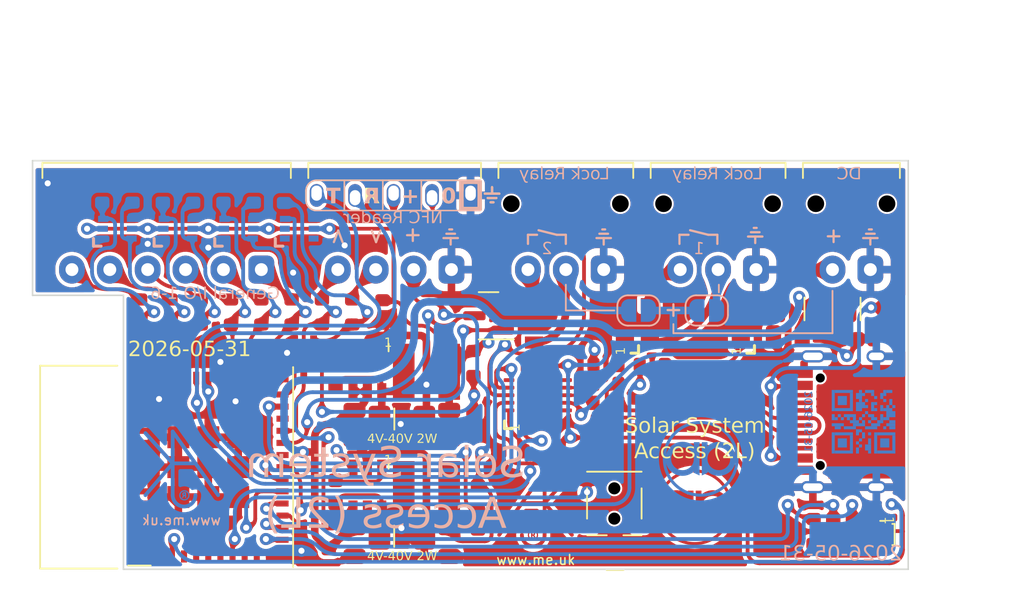
<source format=kicad_pcb>
(kicad_pcb (version 20221018) (generator pcbnew)
  (title_block (title "Access Control") (rev "3") (company "Adrian Kennard Andrews & Arnold Ltd") (comment 1 "toot.me.uk/@RevK") (comment 2 "www.me.uk"))
  (layers (0 "F.Cu" signal) (31 "B.Cu" signal) (34 "B.Paste" user) (35 "F.Paste" user) (36 "B.SilkS" user "B.Silkscreen") (37 "F.SilkS" user "F.Silkscreen") (38 "B.Mask" user) (39 "F.Mask" user) (44 "Edge.Cuts" user))
  (net 0 "")
  (net 1 "+3.3V")
  (net 2 "VBUS")
  (net 3 "GND")
  (net 4 "RFTX")
  (net 5 "RFRX")
  (net 6 "+5V")
  (net 7 "D-")
  (net 8 "D+")
  (net 9 "Net-(Q2-G)")
  (net 10 "SHDN")
  (net 11 "O")
  (net 12 "I")
  (net 13 "Net-(D5-BK)")
  (net 14 "IO1")
  (net 15 "IO2")
  (net 16 "EN")
  (net 17 "+12V")
  (net 18 "Net-(D5-RK)")
  (net 19 "Net-(D5-GK)")
  (net 20 "Net-(J1-CC1)")
  (net 21 "Net-(J1-D+-PadA6)")
  (net 22 "Net-(J1-D--PadA7)")
  (net 24 "Net-(J1-CC2)")
  (net 25 "TAMPER")
  (net 26 "IO3")
  (net 27 "IO4")
  (net 28 "IO5")
  (net 30 "Net-(J2-Pin_3)")
  (net 31 "Net-(J2-Pin_4)")
  (net 32 "Net-(J3-Pin_1)")
  (net 33 "Net-(J3-Pin_2)")
  (net 34 "Net-(J3-Pin_3)")
  (net 35 "Net-(J3-Pin_4)")
  (net 36 "Net-(J3-Pin_5)")
  (net 37 "Net-(J3-Pin_6)")
  (net 38 "BOOT")
  (net 39 "Net-(J6-Pin_2)")
  (net 40 "Net-(J6-Pin_3)")
  (net 41 "Net-(J7-Pin_2)")
  (net 42 "Net-(J7-Pin_3)")
  (net 43 "R")
  (net 44 "G")
  (net 45 "B")
  (net 46 "Net-(Q1-D)")
  (net 47 "Net-(U2-CBUS2)")
  (net 48 "Net-(U4-FB)")
  (net 49 "Net-(U5-FB)")
  (net 56 "Net-(R16-Pad1)")
  (net 69 "DC")
  (net 70 "IO6")
  (net 71 "RELAY2")
  (net 72 "Net-(R25-Pad1)")
  (net 73 "RELAY1")
  (footprint "RevK:PTSM-HH1-2-RA" (layer "F.Cu") (at 154.45 72.7 180)
    (fp_text reference "J5" hide)
    (fp_text value "POWER")
  )
  (footprint "RevK:PTSM-HH1-3-RA-W" (layer "F.Cu") (at 135.6 72.7 180)
    (fp_text reference "J6" hide)
    (fp_text value "DOOR2")
  )
  (footprint "RevK:PTSM-HH-4-RA" (layer "F.Cu") (at 124.3 72.7 180)
    (fp_text reference "J2" hide)
    (fp_text value "RFID")
  )
  (footprint "RevK:PTSM-HH-6-RA" (layer "F.Cu") (at 109.25 72.7 180)
    (fp_text reference "J3" hide)
    (fp_text value "INPUTS")
  )
  (footprint "RevK:R_0603" (layer "F.Cu") (at 138.25 79 180)
    (fp_text reference "R16" hide)
    (fp_text value "1K")
  )
  (footprint "RevK:ESE13" (layer "F.Cu") (at 138.8 88.15 -90)
    (fp_text reference "SW1" hide)
    (fp_text value "ESE13V01D")
  )
  (footprint "RevK:R_0603" (layer "F.Cu") (at 113.5 75.5 -90)
    (fp_text reference "R10" hide)
    (fp_text value "100R")
  )
  (footprint "RevK:R_0603" (layer "F.Cu") (at 151.95 90 90)
    (fp_text reference "R18" hide)
    (fp_text value "1K")
  )
  (footprint "RevK:R_0603" (layer "F.Cu") (at 129.5 82.9 90)
    (fp_text reference "R24" hide)
    (fp_text value "30k 1%")
  )
  (footprint "RevK:R_0603" (layer "F.Cu") (at 141.3 79 180)
    (fp_text reference "R25" hide)
    (fp_text value "1K")
  )
  (footprint "RevK:C_0805" (layer "F.Cu") (at 150.15 77.1 180)
    (fp_text reference "C17" hide)
    (fp_text value "10uF")
  )
  (footprint "RevK:MHS190RGBCT" (layer "F.Cu") (at 156.55 90.2 -90)
    (fp_text reference "D5" hide)
    (fp_text value "LED_BARG" hide)
  )
  (footprint "RevK:USC16-TR" (layer "F.Cu") (at 153.785 82.75 90)
    (fp_text reference "J1" hide)
    (fp_text value "USB-C")
  )
  (footprint "RevK:R_0603" (layer "F.Cu") (at 129.8 90.7 90)
    (fp_text reference "R23" hide)
    (fp_text value "18k 1%")
  )
  (footprint "RevK:D_1206" (layer "F.Cu") (at 150.85 75.3 180)
    (fp_text reference "D9" hide)
    (fp_text value "D")
  )
  (footprint "RevK:SOT-23-Thin-6-Reg" (layer "F.Cu") (at 122.5 79.4)
    (fp_text reference "U5" hide)
    (fp_text value "LMR16006XDDCR")
  )
  (footprint "RevK:R_0603" (layer "F.Cu") (at 156.75 77.3 180)
    (fp_text reference "R2" hide)
    (fp_text value "4k7")
  )
  (footprint "RevK:ESP32-PICO-MINI-02" (layer "F.Cu") (at 112 85.75 90)
    (fp_text reference "U1" hide)
    (fp_text value "ESP32-PICO-MINI-02")
  )
  (footprint "RevK:R_0603" (layer "F.Cu") (at 117.5 75.5 -90)
    (fp_text reference "R8" hide)
    (fp_text value "100R")
  )
  (footprint "RevK:L_4x4_" (layer "F.Cu") (at 126.4 79.4)
    (fp_text reference "L2" hide)
    (fp_text value "6.8uH")
  )
  (footprint "RevK:C_0805_" (layer "F.Cu") (at 127.9 90.7 90)
    (fp_text reference "C11" hide)
    (fp_text value "10uF")
  )
  (footprint "RevK:D_1206_" (layer "F.Cu") (at 124.78 82.57)
    (fp_text reference "D7" hide)
    (fp_text value "Schottky")
  )
  (footprint "RevK:C_0603_" (layer "F.Cu") (at 120.4 87.4 90)
    (fp_text reference "C9" hide)
    (fp_text value "100nF")
  )
  (footprint "RevK:D_1206_" (layer "F.Cu") (at 124.77 90.31)
    (fp_text reference "D6" hide)
    (fp_text value "Schottky")
  )
  (footprint "RevK:C_0603" (layer "F.Cu") (at 138.7 84.7 180)
    (fp_text reference "C15" hide)
    (fp_text value "1uF")
  )
  (footprint "RevK:C_0805_" (layer "F.Cu") (at 121.65 90.7 90)
    (fp_text reference "C10" hide)
    (fp_text value "2.2uF")
  )
  (footprint "RevK:C_0603" (layer "F.Cu") (at 123.5 75.5 -90)
    (fp_text reference "C16" hide)
    (fp_text value "10nF")
  )
  (footprint "RevK:C_0805_" (layer "F.Cu") (at 127.9 82.95 90)
    (fp_text reference "C14" hide)
    (fp_text value "10uF")
  )
  (footprint "RevK:SOT-323_SC-70" (layer "F.Cu") (at 118.3 78.4 90)
    (fp_text reference "Q2" hide)
    (fp_text value "PMF250XNEX" hide)
  )
  (footprint "RevK:R_0603" (layer "F.Cu") (at 119.95 90.35 -90)
    (fp_text reference "R20" hide)
    (fp_text value "100K")
  )
  (footprint "RevK:PTSM-HH1-3-RA" (layer "F.Cu") (at 145.65 72.7 180)
    (fp_text reference "J7" hide)
    (fp_text value "DOOR1")
  )
  (footprint "RevK:R_0603" (layer "F.Cu") (at 138.25 81.5)
    (fp_text reference "R15" hide)
    (fp_text value "27R")
  )
  (footprint "RevK:R_0603" (layer "F.Cu") (at 115.5 75.5 -90)
    (fp_text reference "R9" hide)
    (fp_text value "100R")
  )
  (footprint "RevK:R_0603" (layer "F.Cu") (at 129.5 78.9 -90)
    (fp_text reference "R22" hide)
    (fp_text value "100k 1%")
  )
  (footprint "RevK:R_0603" (layer "F.Cu") (at 154.55 90 90)
    (fp_text reference "R17" hide)
    (fp_text value "300R")
  )
  (footprint "RevK:Shelly" (layer "F.Cu") (at 124.23 67.8)
    (fp_text reference "J4" hide)
    (fp_text value "Shelly" hide)
  )
  (footprint "RevK:AJK" (layer "F.Cu") (at 134.2 88.125)
    (fp_text reference "Logo1" hide)
    (fp_text value "AJK" hide)
  )
  (footprint "RevK:R_0603" (layer "F.Cu") (at 150 80.5 -90)
    (fp_text reference "R5" hide)
    (fp_text value "5K1")
  )
  (footprint "RevK:R_0603" (layer "F.Cu") (at 109.5 75.5 -90)
    (fp_text reference "R12" hide)
    (fp_text value "100R")
  )
  (footprint "RevK:R_0603" (layer "F.Cu") (at 136 84.7)
    (fp_text reference "R1" hide)
    (fp_text value "10k")
  )
  (footprint "RevK:R_0603" (layer "F.Cu") (at 129.8 87.8 -90)
    (fp_text reference "R21" hide)
    (fp_text value "100k 1%")
  )
  (footprint "RevK:C_0805_" (layer "F.Cu") (at 121.65 82.95 90)
    (fp_text reference "C13" hide)
    (fp_text value "2.2uF")
  )
  (footprint "RevK:L_4x4_" (layer "F.Cu") (at 126.4 87.15)
    (fp_text reference "L1" hide)
    (fp_text value "6.8uH")
  )
  (footprint "RevK:R_0603" (layer "F.Cu") (at 150 85.1 -90)
    (fp_text reference "R4" hide)
    (fp_text value "5K1")
  )
  (footprint "RevK:R_0603" (layer "F.Cu") (at 121.5 75.5 -90)
    (fp_text reference "R6" hide)
    (fp_text value "100R")
  )
  (footprint "RevK:Special-SOP-4-3.7x4.55" (layer "F.Cu") (at 136.5 76.25 90)
    (fp_text reference "U3" hide)
    (fp_text value "G3VM-41GR8")
  )
  (footprint "Package_TO_SOT_SMD:SOT-23" (layer "F.Cu") (at 130.5 75.75 180)
    (fp_text reference "Q1" hide)
    (fp_text value "NX7002AK")
  )
  (footprint "RevK:QFN-20-1EP_4x4mm_P0.5mm_EP2.5x2.5mm" (layer "F.Cu") (at 133.75 81 90)
    (fp_text reference "U2" hide)
    (fp_text value "FT231XQ")
  )
  (footprint "RevK:R_0603" (layer "F.Cu") (at 154.05 77.3 180)
    (fp_text reference "R3" hide)
    (fp_text value "10k")
  )
  (footprint "RevK:D_1206" (layer "F.Cu") (at 155.55 75.3)
    (fp_text reference "D8" hide)
    (fp_text value "D")
  )
  (footprint "RevK:R_0603" (layer "F.Cu") (at 119.5 75.5 -90)
    (fp_text reference "R7" hide)
    (fp_text value "100R")
  )
  (footprint "RevK:SOT-23-Thin-6-Reg" (layer "F.Cu") (at 122.5 87.15)
    (fp_text reference "U4" hide)
    (fp_text value "LMR16006XDDCR")
  )
  (footprint "RevK:R_0603" (layer "F.Cu") (at 111.5 75.5 -90)
    (fp_text reference "R11" hide)
    (fp_text value "100R")
  )
  (footprint "RevK:Special-SOP-4-3.7x4.55" (layer "F.Cu") (at 144.15 76.25 90)
    (fp_text reference "U8" hide)
    (fp_text value "G3VM-41GR8")
  )
  (footprint "RevK:AA" (layer "F.Cu") (at 144.1 88.4)
    (fp_text reference "U9" hide)
    (fp_text value "AA" hide)
  )
  (footprint "RevK:C_0603" (layer "F.Cu") (at 132.05 84.7 180)
    (fp_text reference "C1" hide)
    (fp_text value "0.1uF")
  )
  (footprint "RevK:R_0603" (layer "F.Cu") (at 107.5 75.5 -90)
    (fp_text reference "R13" hide)
    (fp_text value "100R")
  )
  (footprint "RevK:C_0603_" (layer "F.Cu") (at 120.4 79.65 90)
    (fp_text reference "C12" hide)
    (fp_text value "100nF")
  )
  (footprint "RevK:R_0603" (layer "F.Cu") (at 138.25 80.25)
    (fp_text reference "R14" hide)
    (fp_text value "27R")
  )
  (footprint "RevK:R_0603" (layer "F.Cu") (at 153.25 90 90)
    (fp_text reference "R19" hide)
    (fp_text value "100R")
  )
  (footprint "RevK:C_0603" (layer "B.Cu") (at 115 67.5 90)
    (fp_text reference "C3" hide)
    (fp_text value "33pF")
  )
  (footprint "RevK:C_0603" (layer "B.Cu") (at 111 67.5 90)
    (fp_text reference "C5" hide)
    (fp_text value "33pF")
  )
  (footprint "RevK:C_0603" (layer "B.Cu") (at 107 67.5 90)
    (fp_text reference "C7" hide)
    (fp_text value "33pF")
  )
  (footprint "RevK:SOT-363_SC-70-6" (layer "B.Cu") (at 118 70)
    (fp_text reference "D1" hide)
    (fp_text value "BAV99S")
  )
  (footprint "RevK:SOT-363_SC-70-6" (layer "B.Cu") (at 106 70)
    (fp_text reference "D4" hide)
    (fp_text value "BAV99S")
  )
  (footprint "RevK:AA" (layer "B.Cu") (at 144.5 85.2 180)
    (fp_text reference "U6" hide)
    (fp_text value "AA" hide)
  )
  (footprint "RevK:QR-SS" (layer "B.Cu") (at 155.25 82.75 90)
    (fp_text reference "U7" hide)
    (fp_text value "QR" hide)
  )
  (footprint "Jumper:SolderJumper-2_P1.3mm_Open_RoundedPad1.0x1.5mm" (layer "B.Cu") (at 140.4 75.4 180)
    (fp_text reference "JP1" hide)
    (fp_text value "12V")
  )
  (footprint "RevK:C_0603" (layer "B.Cu") (at 117 67.525 -90)
    (fp_text reference "C2" hide)
    (fp_text value "33pF")
  )
  (footprint "RevK:SOT-363_SC-70-6" (layer "B.Cu") (at 110 70)
    (fp_text reference "D3" hide)
    (fp_text value "BAV99S")
  )
  (footprint "RevK:C_0603" (layer "B.Cu") (at 105 67.5 90)
    (fp_text reference "C8" hide)
    (fp_text value "33pF")
  )
  (footprint "Jumper:SolderJumper-2_P1.3mm_Open_RoundedPad1.0x1.5mm" (layer "B.Cu") (at 144.9 75.4)
    (fp_text reference "JP2" hide)
    (fp_text value "12V")
  )
  (footprint "RevK:AJK" (layer "B.Cu") (at 109.65 85.5 180)
    (fp_text reference "AJK1" hide)
    (fp_text value "AJK" hide)
  )
  (footprint "RevK:C_0603" (layer "B.Cu") (at 109 67.5 90)
    (fp_text reference "C6" hide)
    (fp_text value "33pF")
  )
  (footprint "RevK:SOT-363_SC-70-6" (layer "B.Cu") (at 114 70)
    (fp_text reference "D2" hide)
    (fp_text value "BAV99S")
  )
  (footprint "RevK:C_0603" (layer "B.Cu") (at 113 67.5 90)
    (fp_text reference "C4" hide)
    (fp_text value "33pF")
  )
  (gr_line (start 142.7 76.9) (end 153.2 76.9) (stroke (width 0.12)) (layer "B.SilkS"))
  (gr_line (start 135 70.4) (end 133.8 70.1) (stroke (width 0.15)) (layer "B.SilkS"))
  (gr_line (start 145 70.4) (end 143.8 70.1) (stroke (width 0.15)) (layer "B.SilkS"))
  (gr_line (start 143.1 70.4) (end 143.1 71) (stroke (width 0.15)) (layer "B.SilkS"))
  (gr_line (start 135.6 71) (end 135.6 70.4) (stroke (width 0.15)) (layer "B.SilkS"))
  (gr_line (start 133.1 70.4) (end 133.1 71) (stroke (width 0.15)) (layer "B.SilkS"))
  (gr_line (start 143.1 70.4) (end 143.7 70.4) (stroke (width 0.15)) (layer "B.SilkS"))
  (gr_line (start 135 70.4) (end 135.6 70.4) (stroke (width 0.15)) (layer "B.SilkS"))
  (gr_line (start 145.7 73.7) (end 145.7 74.2) (stroke (width 0.12)) (layer "B.SilkS"))
  (gr_line (start 145 70.4) (end 145.6 70.4) (stroke (width 0.15)) (layer "B.SilkS"))
  (gr_line (start 135.6 73.7) (end 135.6 75.4) (stroke (width 0.12)) (layer "B.SilkS"))
  (gr_line (start 133.1 70.4) (end 133.7 70.4) (stroke (width 0.15)) (layer "B.SilkS"))
  (gr_line (start 142.7 76.3) (end 142.7 76.9) (stroke (width 0.12)) (layer "B.SilkS"))
  (gr_line (start 138.8 75.4) (end 135.6 75.4) (stroke (width 0.12)) (layer "B.SilkS"))
  (gr_line (start 153.2 76.9) (end 153.2 74.1) (stroke (width 0.12)) (layer "B.SilkS"))
  (gr_line (start 145.6 71) (end 145.6 70.4) (stroke (width 0.15)) (layer "B.SilkS"))
  (gr_line (start 100.4 65.5) (end 158.2 65.5) (stroke (width 0.1)) (layer "Edge.Cuts"))
  (gr_line (start 106.4 74.4) (end 106.4 92.5) (stroke (width 0.1)) (layer "Edge.Cuts"))
  (gr_line (start 100.4 74.4) (end 106.4 74.4) (stroke (width 0.1)) (layer "Edge.Cuts"))
  (gr_line (start 106.4 92.5) (end 158.2 92.5) (stroke (width 0.1)) (layer "Edge.Cuts"))
  (gr_line (start 158.2 65.5) (end 158.2 92.5) (stroke (width 0.1)) (layer "Edge.Cuts"))
  (gr_line (start 100.4 65.5) (end 100.4 74.4) (stroke (width 0.1)) (layer "Edge.Cuts"))
  (gr_text "⏚" (at 128 70.5 180) (layer "B.SilkS") (effects (font (size 1 1)) (justify mirror)))
  (gr_text "⏚" (at 155.7 70.5 180) (layer "B.SilkS") (effects (font (size 1 1)) (justify mirror)))
  (gr_text "+" (at 153.2 70.5 90) (layer "B.SilkS") (effects (font (size 1 1)) (justify mirror)))
  (gr_text ">" (at 123 70.5 90) (layer "B.SilkS") (effects (font (size 1 1)) (justify mirror)))
  (gr_text "+" (at 125.5 70.5 180) (layer "B.SilkS") (effects (font (size 1 1)) (justify mirror)))
  (gr_text "⏚" (at 138.1 70.5 180) (layer "B.SilkS") (effects (font (size 1 1)) (justify mirror)))
  (gr_text "<" (at 120.5 70.5 90) (layer "B.SilkS") (effects (font (size 1 1)) (justify mirror)))
  (gr_text "NFC Reader" (at 124.2 69.3) (layer "B.SilkS") (effects (font (size 0.8 0.8) (thickness 0.1)) (justify mirror)))
  (gr_text "Lock Relay" (at 145.6 66.4) (layer "B.SilkS") (effects (font (size 0.8 0.8) (thickness 0.1)) (justify mirror)))
  (gr_text "Lock Relay" (at 135.5 66.4) (layer "B.SilkS") (effects (font (size 0.8 0.8) (thickness 0.1)) (justify mirror)))
  (gr_text "Solar System\nAccess (2L)" (at 123.7 87.25) (layer "B.SilkS") (effects (font (size 2 2)) (justify mirror)))
  (gr_text "DC" (at 154.3 66.4) (layer "B.SilkS") (effects (font (size 0.8 0.8) (thickness 0.1)) (justify mirror)))
  (gr_text "1" (at 144.4 71.35) (layer "B.SilkS") (effects (font (size 0.8 0.8) (thickness 0.1)) (justify mirror)))
  (gr_text "2" (at 134.35 71.35) (layer "B.SilkS") (effects (font (size 0.8 0.8) (thickness 0.1)) (justify mirror)))
  (gr_text "⏚" (at 148.1 70.4 180) (layer "B.SilkS") (effects (font (size 1 1)) (justify mirror)))
  (gr_text "+" (at 142.7 75.3) (layer "B.SilkS") (effects (font (size 1 1)) (justify mirror)))
  (gr_text "General I/O 1-6" (at 112.45 74.3) (layer "B.SilkS") (effects (font (size 0.8 0.8) (thickness 0.1)) (justify mirror)))
  (gr_text "${CURRENT_DATE}" (at 157.8 91.5) (layer "B.SilkS") (effects (font (size 1 1)) (justify left mirror)))
  (gr_text "${CURRENT_DATE}" (at 106.7 78) (layer "F.SilkS") (effects (font (size 1 1)) (justify left)))
  (gr_text "Solar System\nAccess (2L)" (at 144.1 83.9) (layer "F.SilkS") (effects (font (size 1 1))))
  (segment (start 120 70) (end 124.2 70) (width 0.25) (layer "F.Cu") (net 1))
  (segment (start 148.4 92.1) (end 156.95 92.1) (width 0.25) (layer "F.Cu") (net 1))
  (segment (start 134.25 79.1) (end 134.75 79.1) (width 0.25) (layer "F.Cu") (net 1))
  (segment (start 108 70) (end 112 70) (width 0.25) (layer "F.Cu") (net 1))
  (segment (start 120 70) (end 116 70) (width 0.25) (layer "F.Cu") (net 1))
  (segment (start 129.275 78.075) (end 127.9 79.45) (width 0.25) (layer "F.Cu") (net 1))
  (segment (start 112 70) (end 116 70) (width 0.25) (layer "F.Cu") (net 1))
  (segment (start 144.2 83.8) (end 135.9 83.8) (width 0.25) (layer "F.Cu") (net 1))
  (segment (start 109.6 91.65) (end 109.6 90.65) (width 0.25) (layer "F.Cu") (net 1))
  (segment (start 147.6 91.3) (end 147.6 87.2) (width 0.25) (layer "F.Cu") (net 1))
  (segment (start 124.225 74.725) (end 124.225 70.025) (width 0.25) (layer "F.Cu") (net 1))
  (segment (start 157.85 90) (end 157.85 88.95) (width 0.25) (layer "F.Cu") (net 1))
  (segment (start 125.978047 76.4) (end 125.8 76.4) (width 0.25) (layer "F.Cu") (net 1))
  (segment (start 131.85 82.755026) (end 131.85 82) (width 0.25) (layer "F.Cu") (net 1))
  (segment (start 157.85 91.2) (end 157.85 90) (width 0.25) (layer "F.Cu") (net 1))
  (segment (start 127.9 77.810304) (end 126.851485 76.76179) (width 0.25) (layer "F.Cu") (net 1))
  (segment (start 123.8 74.825) (end 124.325 74.825) (width 0.25) (layer "F.Cu") (net 1))
  (segment (start 124.23 70.012929) (end 124.23 68.05) (width 0.25) (layer "F.Cu") (net 1))
  (segment (start 124.82548 75.42548) (end 124.82548 75.32548) (width 0.25) (layer "F.Cu") (net 1))
  (segment (start 104 70) (end 108 70) (width 0.25) (layer "F.Cu") (net 1))
  (segment (start 133.175 85.05) (end 134.825 85.05) (width 0.25) (layer "F.Cu") (net 1))
  (segment (start 134.75 79.0625) (end 135.599112 79.0625) (width 0.25) (layer "F.Cu") (net 1))
  (segment (start 132.489124 83.889125) (end 132.2 83.6) (width 0.25) (layer "F.Cu") (net 1))
  (segment (start 156.55 89.975) (end 157.825 89.975) (width 0.25) (layer "F.Cu") (net 1))
  (segment (start 135.75 79) (end 135.75 79.849112) (width 0.25) (layer "F.Cu") (net 1))
  (via (at 109.75 90.5) (size 0.8) (drill 0.4) (layers "F.Cu" "B.Cu") (net 1))
  (via (at 135.9 83.8) (size 0.8) (drill 0.4) (layers "F.Cu" "B.Cu") (net 1))
  (via (at 157.1 88.2) (size 0.8) (drill 0.4) (layers "F.Cu" "B.Cu") (net 1))
  (via (at 130.494662 77.509913) (size 0.8) (drill 0.4) (layers "F.Cu" "B.Cu") (net 1))
  (via (at 120 70) (size 0.8) (drill 0.4) (layers "F.Cu" "B.Cu") (net 1))
  (via (at 116 70) (size 0.8) (drill 0.4) (layers "F.Cu" "B.Cu") (net 1))
  (via (at 108 70) (size 0.8) (drill 0.4) (layers "F.Cu" "B.Cu") (net 1))
  (via (at 112 70) (size 0.8) (drill 0.4) (layers "F.Cu" "B.Cu") (net 1))
  (via (at 135.75 79) (size 0.8) (drill 0.4) (layers "F.Cu" "B.Cu") (net 1))
  (via (at 104 70) (size 0.8) (drill 0.4) (layers "F.Cu" "B.Cu") (net 1))
  (arc (start 132.825 84.7) (mid 132.927513 84.947487) (end 133.175 85.05) (width 0.25) (layer "F.Cu") (net 1))
  (arc (start 126.851485 76.76179) (mid 126.450749 76.494026) (end 125.978047 76.4) (width 0.25) (layer "F.Cu") (net 1))
  (arc (start 134.825 85.05) (mid 135.072487 84.947487) (end 135.175 84.7) (width 0.25) (layer "F.Cu") (net 1))
  (arc (start 109.6 90.65) (mid 109.643934 90.543934) (end 109.75 90.5) (width 0.25) (layer "F.Cu") (net 1))
  (arc (start 124.225 74.725) (mid 124.254289 74.795711) (end 124.325 74.825) (width 0.25) (layer "F.Cu") (net 1))
  (arc (start 124.225 70.025) (mid 124.228701 70.019462) (end 124.23 70.012929) (width 0.25) (layer "F.Cu") (net 1))
  (arc (start 148.4 92.1) (mid 147.834315 91.865685) (end 147.6 91.3) (width 0.25) (layer "F.Cu") (net 1))
  (arc (start 132.825 84.7) (mid 132.737709 84.261157) (end 132.489124 83.889125) (width 0.25) (layer "F.Cu") (net 1))
  (arc (start 157.85 88.95) (mid 157.63033 88.41967) (end 157.1 88.2) (width 0.25) (layer "F.Cu") (net 1))
  (arc (start 124.225 70.025) (mid 124.207322 70.017678) (end 124.2 70) (width 0.25) (layer "F.Cu") (net 1))
  (arc (start 135.75 79.849112) (mid 135.733756 79.930772) (end 135.6875 80) (width 0.25) (layer "F.Cu") (net 1))
  (arc (start 156.95 92.1) (mid 157.586396 91.836396) (end 157.85 91.2) (width 0.25) (layer "F.Cu") (net 1))
  (arc (start 124.82548 75.32548) (mid 124.678893 74.971587) (end 124.325 74.825) (width 0.25) (layer "F.Cu") (net 1))
  (arc (start 147.6 87.2) (mid 146.604163 84.795837) (end 144.2 83.8) (width 0.25) (layer "F.Cu") (net 1))
  (arc (start 135.599112 79.0625) (mid 135.680772 79.046256) (end 135.75 79) (width 0.25) (layer "F.Cu") (net 1))
  (arc (start 130.494662 77.509913) (mid 130.097786 77.588856) (end 129.761331 77.813668) (width 0.25) (layer "F.Cu") (net 1))
  (arc (start 135.175 84.525) (mid 135.387348 84.012348) (end 135.9 83.8) (width 0.25) (layer "F.Cu") (net 1))
  (arc (start 125.8 76.4) (mid 125.11091 76.11457) (end 124.82548 75.42548) (width 0.25) (layer "F.Cu") (net 1))
  (arc (start 157.825 89.975) (mid 157.842678 89.982322) (end 157.85 90) (width 0.25) (layer "F.Cu") (net 1))
  (arc (start 132.2 83.6) (mid 131.940962 83.212323) (end 131.85 82.755026) (width 0.25) (layer "F.Cu") (net 1))
  (segment (start 157.75 91) (end 157.75 88.75) (width 0.25) (layer "B.Cu") (net 1))
  (segment (start 118.95 70) (end 120 70) (width 0.25) (layer "B.Cu") (net 1))
  (segment (start 130.900497 76.849503) (end 137.049503 76.849503) (width 0.25) (layer "B.Cu") (net 1))
  (segment (start 106.95 70) (end 108 70) (width 0.25) (layer "B.Cu") (net 1))
  (segment (start 114.95 70) (end 116 70) (width 0.25) (layer "B.Cu") (net 1))
  (segment (start 110.95 70) (end 112 70) (width 0.25) (layer "B.Cu") (net 1))
  (segment (start 105.05 70) (end 104 70) (width 0.25) (layer "B.Cu") (net 1))
  (segment (start 138.248035 78.048035) (end 138.248035 78.251965) (width 0.25) (layer "B.Cu") (net 1))
  (segment (start 137.5 79) (end 135.75 79) (width 0.25) (layer "B.Cu") (net 1))
  (segment (start 157.2 88.2) (end 157.1 88.2) (width 0.25) (layer "B.Cu") (net 1))
  (segment (start 130.494662 77.509913) (end 130.494662 77.255338) (width 0.25) (layer "B.Cu") (net 1))
  (segment (start 111.25 92) (end 156.75 92) (width 0.25) (layer "B.Cu") (net 1))
  (segment (start 112 70) (end 113.05 70) (width 0.25) (layer "B.Cu") (net 1))
  (segment (start 135.75 79) (end 135.75 83.65) (width 0.25) (layer "B.Cu") (net 1))
  (segment (start 108 70) (end 109.05 70) (width 0.25) (layer "B.Cu") (net 1))
  (arc (start 138.248035 78.251965) (mid 138.028941 78.780906) (end 137.5 79) (width 0.25) (layer "B.Cu") (net 1))
  (arc (start 137.049503 76.849503) (mid 137.896993 77.200545) (end 138.248035 78.048035) (width 0.25) (layer "B.Cu") (net 1))
  (arc (start 109.75 90.5) (mid 110.18934 91.56066) (end 111.25 92) (width 0.25) (layer "B.Cu") (net 1))
  (arc (start 157.75 88.75) (mid 157.588909 88.361091) (end 157.2 88.2) (width 0.25) (layer "B.Cu") (net 1))
  (arc (start 156.75 92) (mid 157.457107 91.707107) (end 157.75 91) (width 0.25) (layer "B.Cu") (net 1))
  (arc (start 130.494662 77.255338) (mid 130.613528 76.968369) (end 130.900497 76.849503) (width 0.25) (layer "B.Cu") (net 1))
  (arc (start 135.75 83.65) (mid 135.793934 83.756066) (end 135.9 83.8) (width 0.25) (layer "B.Cu") (net 1))
  (segment (start 155.75 75.2) (end 156.85 75.2) (width 0.25) (layer "F.Cu") (net 2))
  (segment (start 151.325 85.15) (end 149.271076 85.15) (width 0.25) (layer "F.Cu") (net 2))
  (segment (start 149.271076 85.15) (end 149.129179 85.008103) (width 0.25) (layer "F.Cu") (net 2))
  (segment (start 157.575 75.925) (end 157.575 77.2) (width 0.25) (layer "F.Cu") (net 2))
  (segment (start 149.129179 80.408103) (end 151.266897 80.408103) (width 0.25) (layer "F.Cu") (net 2))
  (via (at 149.129179 85.008103) (size 0.8) (drill 0.4) (layers "F.Cu" "B.Cu") (net 2))
  (via (at 155.75 75.2) (size 0.8) (drill 0.4) (layers "F.Cu" "B.Cu") (net 2))
  (via (at 149.129179 80.408103) (size 0.8) (drill 0.4) (layers "F.Cu" "B.Cu") (net 2))
  (arc (start 156.95 75.3) (mid 157.391942 75.483058) (end 157.575 75.925) (width 0.25) (layer "F.Cu") (net 2))
  (segment (start 154.95 78.7) (end 154.95 76) (width 0.25) (layer "B.Cu") (net 2))
  (segment (start 149.129179 85.008103) (end 149.129179 80.408103) (width 0.25) (layer "B.Cu") (net 2))
  (segment (start 150.337282 79.2) (end 154.45 79.2) (width 0.25) (layer "B.Cu") (net 2))
  (arc (start 154.45 79.2) (mid 154.803553 79.053553) (end 154.95 78.7) (width 0.25) (layer "B.Cu") (net 2))
  (arc (start 154.95 76) (mid 155.184315 75.434315) (end 155.75 75.2) (width 0.25) (layer "B.Cu") (net 2))
  (arc (start 149.129179 80.408103) (mid 149.483024 79.553845) (end 150.337282 79.2) (width 0.25) (layer "B.Cu") (net 2))
  (segment (start 135.65 82) (end 134.75 82) (width 0.25) (layer "F.Cu") (net 3))
  (segment (start 117.794974 92.05) (end 120.684315 92.05) (width 0.25) (layer "F.Cu") (net 3))
  (segment (start 127.9 91.65) (end 129.425 91.65) (width 0.25) (layer "F.Cu") (net 3))
  (segment (start 151.905 78.43) (end 150.63 78.43) (width 0.5) (layer "F.Cu") (net 3))
  (segment (start 116.9 88.95) (end 117.35 88.95) (width 0.25) (layer "F.Cu") (net 3))
  (segment (start 126.2625 90.32) (end 124.893033 90.32) (width 0.5) (layer "F.Cu") (net 3))
  (segment (start 134.25 82.9) (end 134.25 81.5) (width 0.25) (layer "F.Cu") (net 3))
  (segment (start 129.5 83.825) (end 127.975 83.825) (width 0.25) (layer "F.Cu") (net 3))
  (segment (start 124.893033 90.32) (end 124.75 90.176967) (width 0.5) (layer "F.Cu") (net 3))
  (segment (start 133.75 81) (end 134.75 82) (width 0.25) (layer "F.Cu") (net 3))
  (segment (start 133.75 82.9) (end 133.75 81) (width 0.25) (layer "F.Cu") (net 3))
  (segment (start 110.05 87.7) (end 110.05 85.75) (width 0.25) (layer "F.Cu") (net 3))
  (segment (start 125.03 82.57) (end 124.7 82.9) (width 0.5) (layer "F.Cu") (net 3))
  (segment (start 117.35 88.95) (end 118.15 89.75) (width 0.25) (layer "F.Cu") (net 3))
  (segment (start 133.25 82.9) (end 133.25 81.5) (width 0.25) (layer "F.Cu") (net 3))
  (segment (start 110.05 87.7) (end 112 87.7) (width 0.25) (layer "F.Cu") (net 3))
  (segment (start 133.75 79.1) (end 133.75 81) (width 0.25) (layer "F.Cu") (net 3))
  (segment (start 134.75 82.9) (end 134.75 82) (width 0.25) (layer "F.Cu") (net 3))
  (segment (start 126.2625 82.57) (end 125.03 82.57) (width 0.5) (layer "F.Cu") (net 3))
  (segment (start 118.15 89.75) (end 118.15 91.2755) (width 0.25) (layer "F.Cu") (net 3))
  (segment (start 123.8 76.375) (end 123.8 76.7) (width 0.25) (layer "F.Cu") (net 3))
  (via (at 108.75 81.25) (size 0.8) (drill 0.4) (layers "F.Cu" "B.Cu") (net 3))
  (via (at 101.4 67) (size 0.8) (drill 0.4) (layers "F.Cu" "B.Cu") (net 3))
  (via (at 117.6 72.9) (size 0.8) (drill 0.4) (layers "F.Cu" "B.Cu") (net 3))
  (via (at 113.8 81.4) (size 0.8) (drill 0.4) (layers "F.Cu" "B.Cu") (net 3))
  (via (at 118.15 91.2755) (size 0.8) (drill 0.4) (layers "F.Cu" "B.Cu") (net 3))
  (via (at 108 71) (size 0.8) (drill 0.4) (layers "F.Cu" "B.Cu") (net 3))
  (via (at 117.2 78.2) (size 0.8) (drill 0.4) (layers "F.Cu" "B.Cu") (net 3))
  (via (at 112 71.25) (size 0.8) (drill 0.4) (layers "F.Cu" "B.Cu") (net 3))
  (via (at 124.7 82.9) (size 0.8) (drill 0.4) (layers "F.Cu" "B.Cu") (net 3))
  (via (at 112.8 78.8) (size 0.8) (drill 0.4) (layers "F.Cu" "B.Cu") (net 3))
  (via (at 124.75 89.7755) (size 0.8) (drill 0.4) (layers "F.Cu" "B.Cu") (net 3))
  (via (at 126.4 80.3) (size 0.8) (drill 0.4) (layers "F.Cu" "B.Cu") (net 3))
  (via (at 121 71.1) (size 0.8) (drill 0.4) (layers "F.Cu" "B.Cu") (net 3))
  (arc (start 120.684315 92.05) (mid 121.20694 91.946043) (end 121.65 91.65) (width 0.25) (layer "F.Cu") (net 3))
  (arc (start 123.8 76.7) (mid 123.770711 76.770711) (end 123.7 76.8) (width 0.25) (layer "F.Cu") (net 3))
  (arc (start 116.95 91.7) (mid 117.337677 91.959038) (end 117.794974 92.05) (width 0.25) (layer "F.Cu") (net 3))
  (arc (start 121.757538 84.007538) (mid 122.30704 84.829927) (end 122.5 85.8) (width 0.5) (layer "F.Cu") (net 3))
  (arc (start 129.5 83.825) (mid 130.331492 83.990394) (end 131.036396 84.461396) (width 0.25) (layer "F.Cu") (net 3))
  (arc (start 150.63 78.43) (mid 149.689548 78.040452) (end 149.3 77.1) (width 0.5) (layer "F.Cu") (net 3))
  (segment (start 115.79952 68.727618) (end 115.79952 67.95048) (width 0.25) (layer "B.Cu") (net 3))
  (segment (start 114.95 69.35) (end 115.177138 69.35) (width 0.25) (layer "B.Cu") (net 3))
  (arc (start 115.177138 69.35) (mid 115.617229 69.167709) (end 115.79952 68.727618) (width 0.25) (layer "B.Cu") (net 3))
  (arc (start 115.79952 67.95048) (mid 116.151132 67.101612) (end 117 66.75) (width 0.25) (layer "B.Cu") (net 3))
  (segment (start 118.3 77.675736) (end 118.3 76.9) (width 0.25) (layer "F.Cu") (net 4))
  (segment (start 120.4255 75.5) (end 120.325 75.5) (width 0.25) (layer "F.Cu") (net 4))
  (segment (start 117.7 80.2) (end 117.7 79.124264) (width 0.25) (layer "F.Cu") (net 4))
  (segment (start 118.9 76.3) (end 119.475 76.3) (width 0.25) (layer "F.Cu") (net 4))
  (via (at 120.4255 75.5) (size 0.8) (drill 0.4) (layers "F.Cu" "B.Cu") (net 4))
  (arc (start 117.7 79.124264) (mid 117.777967 78.732296) (end 118 78.4) (width 0.25) (layer "F.Cu") (net 4))
  (arc (start 120.325 75.5) (mid 119.741637 75.741637) (end 119.5 76.325) (width 0.25) (layer "F.Cu") (net 4))
  (arc (start 116.95 80.95) (mid 117.48033 80.73033) (end 117.7 80.2) (width 0.25) (layer "F.Cu") (net 4))
  (arc (start 118.3 76.9) (mid 118.475736 76.475736) (end 118.9 76.3) (width 0.25) (layer "F.Cu") (net 4))
  (arc (start 118 78.4) (mid 118.222033 78.067705) (end 118.3 77.675736) (width 0.25) (layer "F.Cu") (net 4))
  (segment (start 118.5 73.265685) (end 118.5 73.5) (width 0.25) (layer "B.Cu") (net 4))
  (segment (start 117.7 69.425) (end 117.7 71.5) (width 0.25) (layer "B.Cu") (net 4))
  (segment (start 117.05 69.35) (end 117.625 69.35) (width 0.25) (layer "B.Cu") (net 4))
  (segment (start 117.982843 72.182842) (end 118.1 72.3) (width 0.25) (layer "B.Cu") (net 4))
  (segment (start 118.712132 74.012132) (end 120.040547 75.340547) (width 0.25) (layer "B.Cu") (net 4))
  (arc (start 118.5 73.5) (mid 118.555131 73.777164) (end 118.712132 74.012132) (width 0.25) (layer "B.Cu") (net 4))
  (arc (start 118.1 72.3) (mid 118.396043 72.74306) (end 118.5 73.265685) (width 0.25) (layer "B.Cu") (net 4))
  (arc (start 117.625 69.35) (mid 117.678033 69.371967) (end 117.7 69.425) (width 0.25) (layer "B.Cu") (net 4))
  (arc (start 120.040547 75.340547) (mid 120.217165 75.458559) (end 120.4255 75.5) (width 0.25) (layer "B.Cu") (net 4))
  (arc (start 117.7 71.5) (mid 117.773508 71.869552) (end 117.982843 72.182842) (width 0.25) (layer "B.Cu") (net 4))
  (segment (start 118.3 80.375736) (end 118.3 79.4) (width 0.25) (layer "F.Cu") (net 5))
  (segment (start 117.8 83.1) (end 117.8 81.582842) (width 0.25) (layer "F.Cu") (net 5))
  (segment (start 116.9 83.35) (end 117.55 83.35) (width 0.25) (layer "F.Cu") (net 5))
  (arc (start 117.55 83.35) (mid 117.726777 83.276777) (end 117.8 83.1) (width 0.25) (layer "F.Cu") (net 5))
  (arc (start 117.8 81.582842) (mid 117.851978 81.32153) (end 118 81.1) (width 0.25) (layer "F.Cu") (net 5))
  (arc (start 118 81.1) (mid 118.222033 80.767705) (end 118.3 80.375736) (width 0.25) (layer "F.Cu") (net 5))
  (segment (start 128.79952 90.64952) (end 130.242263 90.64952) (width 0.25) (layer "F.Cu") (net 6))
  (segment (start 126.774635 74.9) (end 126.2 74.9) (width 0.25) (layer "F.Cu") (net 6))
  (segment (start 130.7 90.191783) (end 130.7 87.875) (width 0.25) (layer "F.Cu") (net 6))
  (segment (start 129.9147 84.809612) (end 129.980308 84.809612) (width 0.25) (layer "F.Cu") (net 6))
  (segment (start 129.980308 84.809612) (end 130.011971 84.777949) (width 0.25) (layer "F.Cu") (net 6))
  (segment (start 129.8 86.975) (end 129.8 85.000545) (width 0.25) (layer "F.Cu") (net 6))
  (segment (start 125.55 74.25) (end 125.55 72.65) (width 0.25) (layer "F.Cu") (net 6))
  (via (at 127.550135 75.6755) (size 0.8) (drill 0.4) (layers "F.Cu" "B.Cu") (net 6))
  (via (at 130.011971 84.777949) (size 0.8) (drill 0.4) (layers "F.Cu" "B.Cu") (net 6))
  (arc (start 127.9 89.75) (mid 128.163463 90.386057) (end 128.79952 90.64952) (width 0.25) (layer "F.Cu") (net 6))
  (arc (start 130.242263 90.64952) (mid 130.565932 90.515452) (end 130.7 90.191783) (width 0.25) (layer "F.Cu") (net 6))
  (arc (start 130.7 87.875) (mid 130.436396 87.238604) (end 129.8 86.975) (width 0.25) (layer "F.Cu") (net 6))
  (arc (start 126.2 74.9) (mid 125.740381 74.709619) (end 125.55 74.25) (width 0.25) (layer "F.Cu") (net 6))
  (arc (start 127.550135 75.6755) (mid 127.322996 75.127139) (end 126.774635 74.9) (width 0.25) (layer "F.Cu") (net 6))
  (arc (start 129.8 85.000545) (mid 129.83122 84.889764) (end 129.9147 84.809612) (width 0.25) (layer "F.Cu") (net 6))
  (segment (start 127.550135 75.6755) (end 127.6266 75.751965) (width 0.25) (layer "B.Cu") (net 6))
  (segment (start 130.034203 84.755717) (end 130.011971 84.777949) (width 0.25) (layer "B.Cu") (net 6))
  (segment (start 130.0123 80.2377) (end 130.2623 80.4877) (width 0.25) (layer "B.Cu") (net 6))
  (segment (start 130.474501 80.999998) (end 130.474501 84.326044) (width 0.25) (layer "B.Cu") (net 6))
  (segment (start 127.6266 75.751965) (end 129.084283 75.751965) (width 0.25) (layer "B.Cu") (net 6))
  (segment (start 130.189959 84.755717) (end 130.034203 84.755717) (width 0.25) (layer "B.Cu") (net 6))
  (segment (start 129.75 76.5) (end 129.75 79.604452) (width 0.25) (layer "B.Cu") (net 6))
  (arc (start 130.2623 80.4877) (mid 130.419352 80.722744) (end 130.474501 80.999998) (width 0.25) (layer "B.Cu") (net 6))
  (arc (start 130.474501 84.326044) (mid 130.396534 84.582984) (end 130.189959 84.755717) (width 0.25) (layer "B.Cu") (net 6))
  (arc (start 129.084283 75.751965) (mid 129.559232 76.00024) (end 129.75 76.5) (width 0.25) (layer "B.Cu") (net 6))
  (arc (start 129.75 79.604452) (mid 129.818169 79.947164) (end 130.0123 80.2377) (width 0.25) (layer "B.Cu") (net 6))
  (segment (start 135.65 80.5) (end 137.175 80.5) (width 0.2) (layer "F.Cu") (net 7))
  (segment (start 135.65 81) (end 136.217894 81) (width 0.2) (layer "F.Cu") (net 8))
  (arc (start 136.217894 81) (mid 136.871175 81.129946) (end 137.425 81.5) (width 0.2) (layer "F.Cu") (net 8))
  (segment (start 121.115901 76.484099) (end 120.6 77) (width 0.25) (layer "F.Cu") (net 9))
  (segment (start 119.634315 77.4) (end 118.95 77.4) (width 0.25) (layer "F.Cu") (net 9))
  (via (at 122.5 75.5) (size 0.8) (drill 0.4) (layers "F.Cu" "B.Cu") (net 9))
  (arc (start 122.5 75.5) (mid 122.258363 76.083363) (end 121.675 76.325) (width 0.25) (layer "F.Cu") (net 9))
  (arc (start 120.6 77) (mid 120.15694 77.296044) (end 119.634315 77.4) (width 0.25) (layer "F.Cu") (net 9))
  (arc (start 121.5 76.325) (mid 121.292127 76.366348) (end 121.115901 76.484099) (width 0.25) (layer "F.Cu") (net 9))
  (segment (start 120.424264 74.4) (end 120.9 74.4) (width 0.25) (layer "B.Cu") (net 9))
  (segment (start 119.382843 73.782842) (end 119.7 74.1) (width 0.25) (layer "B.Cu") (net 9))
  (segment (start 118.2 69.2) (end 118.2 70.851472) (width 0.25) (layer "B.Cu") (net 9))
  (segment (start 121.753554 74.753553) (end 122.5 75.5) (width 0.25) (layer "B.Cu") (net 9))
  (segment (start 119.1 73.024264) (end 119.1 73.1) (width 0.25) (layer "B.Cu") (net 9))
  (arc (start 118.8 72.3) (mid 119.022033 72.632295) (end 119.1 73.024264) (width 0.25) (layer "B.Cu") (net 9))
  (arc (start 118.2 70.851472) (mid 118.355935 71.635409) (end 118.8 72.3) (width 0.25) (layer "B.Cu") (net 9))
  (arc (start 119.1 73.1) (mid 119.173508 73.469552) (end 119.382843 73.782842) (width 0.25) (layer "B.Cu") (net 9))
  (arc (start 117.3 68.3) (mid 117.936396 68.563604) (end 118.2 69.2) (width 0.25) (layer "B.Cu") (net 9))
  (arc (start 119.7 74.1) (mid 120.032295 74.322033) (end 120.424264 74.4) (width 0.25) (layer "B.Cu") (net 9))
  (arc (start 120.9 74.4) (mid 121.36194 74.491886) (end 121.753554 74.753553) (width 0.25) (layer "B.Cu") (net 9))
  (segment (start 118.529927 82.779927) (end 118.529927 83.170073) (width 0.25) (layer "F.Cu") (net 10))
  (segment (start 131.4375 76.7) (end 128.849198 76.7) (width 0.25) (layer "F.Cu") (net 10))
  (segment (start 117.55 84.15) (end 116.9 84.15) (width 0.25) (layer "F.Cu") (net 10))
  (segment (start 128.849198 76.7) (end 128.822959 76.726239) (width 0.25) (layer "F.Cu") (net 10))
  (via (at 128.822959 76.726239) (size 0.8) (drill 0.4) (layers "F.Cu" "B.Cu") (net 10))
  (via (at 118.529927 82.779927) (size 0.8) (drill 0.4) (layers "F.Cu" "B.Cu") (net 10))
  (arc (start 118.529927 83.170073) (mid 118.242913 83.862986) (end 117.55 84.15) (width 0.25) (layer "F.Cu") (net 10))
  (segment (start 118.529927 82.779927) (end 118.529927 82.270073) (width 0.25) (layer "B.Cu") (net 10))
  (segment (start 128.822959 76.726239) (end 128.822959 80.077041) (width 0.25) (layer "B.Cu") (net 10))
  (segment (start 119.5 81.3) (end 127.6 81.3) (width 0.25) (layer "B.Cu") (net 10))
  (arc (start 118.529927 82.270073) (mid 118.814055 81.584128) (end 119.5 81.3) (width 0.25) (layer "B.Cu") (net 10))
  (arc (start 128.822959 80.077041) (mid 128.464763 80.941804) (end 127.6 81.3) (width 0.25) (layer "B.Cu") (net 10))
  (segment (start 111.25 81.5) (end 111.25 79.9) (width 0.25) (layer "F.Cu") (net 11))
  (segment (start 132.75 83.146447) (end 132.75 82.9375) (width 0.25) (layer "F.Cu") (net 11))
  (segment (start 134 84) (end 133.603553 84) (width 0.25) (layer "F.Cu") (net 11))
  (via (at 134 84) (size 0.8) (drill 0.4) (layers "F.Cu" "B.Cu") (net 11))
  (via (at 111.25 81.5) (size 0.8) (drill 0.4) (layers "F.Cu" "B.Cu") (net 11))
  (arc (start 133.603553 84) (mid 133.276912 83.935027) (end 133 83.75) (width 0.25) (layer "F.Cu") (net 11))
  (arc (start 133 83.75) (mid 132.814973 83.473088) (end 132.75 83.146447) (width 0.25) (layer "F.Cu") (net 11))
  (segment (start 115.785811 86.850978) (end 119.669265 86.850977) (width 0.25) (layer "B.Cu") (net 11))
  (segment (start 111.25 78.35) (end 111.25 81.5) (width 0.25) (layer "B.Cu") (net 11))
  (segment (start 122.5 76.4) (end 113.2 76.4) (width 0.25) (layer "B.Cu") (net 11))
  (segment (start 112.247236 83.907539) (end 114.769848 86.430152) (width 0.25) (layer "B.Cu") (net 11))
  (segment (start 123.3 75.5) (end 123.3 75.6) (width 0.25) (layer "B.Cu") (net 11))
  (segment (start 119.669265 86.850977) (end 119.669267 86.850979) (width 0.25) (layer "B.Cu") (net 11))
  (segment (start 122.1 73.9) (end 123.017157 74.817157) (width 0.25) (layer "B.Cu") (net 11))
  (segment (start 133.2 84) (end 134 84) (width 0.25) (layer "B.Cu") (net 11))
  (segment (start 121.8 70.78) (end 121.8 73.175736) (width 0.25) (layer "B.Cu") (net 11))
  (segment (start 119.669267 86.850979) (end 131.14902 86.85098) (width 0.25) (layer "B.Cu") (net 11))
  (segment (start 132.5 85.5) (end 132.5 84.7) (width 0.25) (layer "B.Cu") (net 11))
  (arc (start 113.2 76.4) (mid 111.821142 76.971142) (end 111.25 78.35) (width 0.25) (layer "B.Cu") (net 11))
  (arc (start 114.769848 86.430152) (mid 115.235976 86.741609) (end 115.785811 86.850978) (width 0.25) (layer "B.Cu") (net 11))
  (arc (start 119.12 68.1) (mid 121.015046 68.884954) (end 121.8 70.78) (width 0.25) (layer "B.Cu") (net 11))
  (arc (start 131.14902 86.85098) (mid 132.104307 86.455287) (end 132.5 85.5) (width 0.25) (layer "B.Cu") (net 11))
  (arc (start 123.017157 74.817157) (mid 123.226491 75.130448) (end 123.3 75.5) (width 0.25) (layer "B.Cu") (net 11))
  (arc (start 111.25 81.5) (mid 111.509173 82.802951) (end 112.247236 83.907539) (width 0.25) (layer "B.Cu") (net 11))
  (arc (start 123.3 75.6) (mid 123.065685 76.165685) (end 122.5 76.4) (width 0.25) (layer "B.Cu") (net 11))
  (arc (start 132.5 84.7) (mid 132.705025 84.205025) (end 133.2 84) (width 0.25) (layer "B.Cu") (net 11))
  (arc (start 121.8 73.175736) (mid 121.877968 73.567704) (end 122.1 73.9) (width 0.25) (layer "B.Cu") (net 11))
  (segment (start 132.006578 79.268021) (end 131.231979 79.268021) (width 0.25) (layer "F.Cu") (net 12))
  (segment (start 131 79.5) (end 131 80.25) (width 0.25) (layer "F.Cu") (net 12))
  (segment (start 112 80.75) (end 112 79.85) (width 0.25) (layer "F.Cu") (net 12))
  (segment (start 131.25 80.5) (end 131.8125 80.5) (width 0.25) (layer "F.Cu") (net 12))
  (via (at 132.006578 79.268021) (size 0.8) (drill 0.4) (layers "F.Cu" "B.Cu") (net 12))
  (via (at 112 80.75) (size 0.8) (drill 0.4) (layers "F.Cu" "B.Cu") (net 12))
  (arc (start 131.231979 79.268021) (mid 131.067945 79.335966) (end 131 79.5) (width 0.25) (layer "F.Cu") (net 12))
  (arc (start 131 80.25) (mid 131.073223 80.426777) (end 131.25 80.5) (width 0.25) (layer "F.Cu") (net 12))
  (segment (start 113.3 76.9) (end 122.3 76.9) (width 0.25) (layer "B.Cu") (net 12))
  (segment (start 112 80.75) (end 112 81.274228) (width 0.25) (layer "B.Cu") (net 12))
  (segment (start 122.984781 69.424782) (end 122.98 69.42) (width 0.25) (layer "B.Cu") (net 12))
  (segment (start 132.006578 85.406578) (end 132.006578 79.268021) (width 0.25) (layer "B.Cu") (net 12))
  (segment (start 119.855458 86.401466) (end 131.011687 86.401469) (width 0.25) (layer "B.Cu") (net 12))
  (segment (start 124.3 74.9) (end 124.3 72.6) (width 0.25) (layer "B.Cu") (net 12))
  (segment (start 111.7 80.45) (end 111.7 78.5) (width 0.25) (layer "B.Cu") (net 12))
  (segment (start 113.2377 84.2623) (end 115.0377 86.0623) (width 0.25) (layer "B.Cu") (net 12))
  (segment (start 121.66 68.1) (end 122.98 69.42) (width 0.25) (layer "B.Cu") (net 12))
  (segment (start 115.856521 86.401467) (end 119.855458 86.401466) (width 0.25) (layer "B.Cu") (net 12))
  (arc (start 112 80.75) (mid 111.787868 80.662132) (end 111.7 80.45) (width 0.25) (layer "B.Cu") (net 12))
  (arc (start 122.3 76.9) (mid 123.714214 76.314214) (end 124.3 74.9) (width 0.25) (layer "B.Cu") (net 12))
  (arc (start 112 81.274228) (mid 112.321668 82.89136) (end 113.2377 84.2623) (width 0.25) (layer "B.Cu") (net 12))
  (arc (start 124.3 72.6) (mid 123.958186 70.881584) (end 122.984781 69.424782) (width 0.25) (layer "B.Cu") (net 12))
  (arc (start 115.0377 86.0623) (mid 115.413378 86.31332) (end 115.856521 86.401467) (width 0.25) (layer "B.Cu") (net 12))
  (arc (start 111.7 78.5) (mid 112.168629 77.368629) (end 113.3 76.9) (width 0.25) (layer "B.Cu") (net 12))
  (arc (start 131.011687 86.401469) (mid 131.715181 86.110072) (end 132.006578 85.406578) (width 0.25) (layer "B.Cu") (net 12))
  (segment (start 154.15 89.9) (end 155.167158 89.9) (width 0.25) (layer "F.Cu") (net 13))
  (segment (start 156.072487 89.525) (end 156.675 89.525) (width 0.25) (layer "F.Cu") (net 13))
  (arc (start 155.167158 89.9) (mid 155.42847 89.848021) (end 155.65 89.7) (width 0.25) (layer "F.Cu") (net 13))
  (arc (start 153.25 90.8) (mid 153.513604 90.163604) (end 154.15 89.9) (width 0.25) (layer "F.Cu") (net 13))
  (arc (start 155.65 89.7) (mid 155.843838 89.570481) (end 156.072487 89.525) (width 0.25) (layer "F.Cu") (net 13))
  (segment (start 118.4255 75.5) (end 118.325 75.5) (width 0.25) (layer "F.Cu") (net 14))
  (segment (start 116.066206 77.758794) (end 117.5 76.325) (width 0.25) (layer "F.Cu") (net 14))
  (via (at 118.4255 75.5) (size 0.8) (drill 0.4) (layers "F.Cu" "B.Cu") (net 14))
  (arc (start 118.325 75.5) (mid 117.741637 75.741637) (end 117.5 76.325) (width 0.25) (layer "F.Cu") (net 14))
  (arc (start 115.2 79.85) (mid 115.42512 78.718247) (end 116.066206 77.758794) (width 0.25) (layer "F.Cu") (net 14))
  (segment (start 117.99561 75.070111) (end 118.4255 75.5) (width 0.25) (layer "B.Cu") (net 14))
  (segment (start 114.425978 70.65) (end 114.95 70.65) (width 0.25) (layer "B.Cu") (net 14))
  (segment (start 115.281254 71.281254) (end 115.932252 71.281254) (width 0.25) (layer "B.Cu") (net 14))
  (segment (start 114.725 68.275) (end 114.300489 68.699511) (width 0.25) (layer "B.Cu") (net 14))
  (segment (start 114.300489 70.524511) (end 114.425978 70.65) (width 0.25) (layer "B.Cu") (net 14))
  (segment (start 114.95 70.65) (end 114.95 70.95) (width 0.25) (layer "B.Cu") (net 14))
  (segment (start 114.300489 68.699511) (end 114.300489 70.524511) (width 0.25) (layer "B.Cu") (net 14))
  (arc (start 114.95 70.95) (mid 115.047022 71.184232) (end 115.281254 71.281254) (width 0.25) (layer "B.Cu") (net 14))
  (arc (start 116.775499 72.124501) (mid 117.092596 73.718653) (end 117.99561 75.070111) (width 0.25) (layer "B.Cu") (net 14))
  (arc (start 115.932252 71.281254) (mid 116.528518 71.528235) (end 116.775499 72.124501) (width 0.25) (layer "B.Cu") (net 14))
  (segment (start 116.4255 75.5) (end 116.325 75.5) (width 0.25) (layer "F.Cu") (net 15))
  (segment (start 114.4 78.980634) (end 114.4 79.85) (width 0.25) (layer "F.Cu") (net 15))
  (via (at 116.4255 75.5) (size 0.8) (drill 0.4) (layers "F.Cu" "B.Cu") (net 15))
  (arc (start 115.5 76.325) (mid 114.685881 77.543415) (end 114.4 78.980634) (width 0.25) (layer "F.Cu") (net 15))
  (arc (start 116.325 75.5) (mid 115.741637 75.741637) (end 115.5 76.325) (width 0.25) (layer "F.Cu") (net 15))
  (segment (start 114.862507 74.1) (end 115.0255 74.1) (width 0.25) (layer "B.Cu") (net 15))
  (segment (start 113.850978 69.575978) (end 113.850978 71.24023) (width 0.25) (layer "B.Cu") (net 15))
  (segment (start 113.05 69.35) (end 113.625 69.35) (width 0.25) (layer "B.Cu") (net 15))
  (segment (start 113 68.275) (end 113 69.3) (width 0.25) (layer "B.Cu") (net 15))
  (segment (start 114.300489 72.325444) (end 114.300489 73.537982) (width 0.25) (layer "B.Cu") (net 15))
  (arc (start 114 71.6) (mid 114.222394 71.932837) (end 114.300489 72.325444) (width 0.25) (layer "B.Cu") (net 15))
  (arc (start 113.625 69.35) (mid 113.784791 69.416187) (end 113.850978 69.575978) (width 0.25) (layer "B.Cu") (net 15))
  (arc (start 113.850978 71.24023) (mid 113.889708 71.434936) (end 114 71.6) (width 0.25) (layer "B.Cu") (net 15))
  (arc (start 114.300489 73.537982) (mid 114.4651 73.935389) (end 114.862507 74.1) (width 0.25) (layer "B.Cu") (net 15))
  (arc (start 115.0255 74.1) (mid 116.015449 74.510051) (end 116.4255 75.5) (width 0.25) (layer "B.Cu") (net 15))
  (segment (start 133.25 85.5) (end 136.025 85.5) (width 0.25) (layer "F.Cu") (net 16))
  (segment (start 130.95 82) (end 130.95 83.3) (width 0.25) (layer "F.Cu") (net 16))
  (segment (start 132.408217 85.5) (end 133.25 85.5) (width 0.25) (layer "F.Cu") (net 16))
  (segment (start 133.25 86) (end 133.25 85.5) (width 0.25) (layer "F.Cu") (net 16))
  (segment (start 131.85 81.5) (end 131.45 81.5) (width 0.25) (layer "F.Cu") (net 16))
  (segment (start 137.925 84.7) (end 136.825 84.7) (width 0.25) (layer "F.Cu") (net 16))
  (segment (start 113.6 91.65) (end 113.6 90.65) (width 0.25) (layer "F.Cu") (net 16))
  (segment (start 132 84.35) (end 132 85.091783) (width 0.25) (layer "F.Cu") (net 16))
  (via (at 113.75 90.5) (size 0.8) (drill 0.4) (layers "F.Cu" "B.Cu") (net 16))
  (via (at 133.25 86) (size 0.8) (drill 0.4) (layers "F.Cu" "B.Cu") (net 16))
  (arc (start 113.6 90.65) (mid 113.643934 90.543934) (end 113.75 90.5) (width 0.25) (layer "F.Cu") (net 16))
  (arc (start 131.5 83.85) (mid 131.853553 83.996447) (end 132 84.35) (width 0.25) (layer "F.Cu") (net 16))
  (arc (start 131.45 81.5) (mid 131.096447 81.646447) (end 130.95 82) (width 0.25) (layer "F.Cu") (net 16))
  (arc (start 136.025 85.5) (mid 136.590685 85.265685) (end 136.825 84.7) (width 0.25) (layer "F.Cu") (net 16))
  (arc (start 132 85.091783) (mid 132.119564 85.380436) (end 132.408217 85.5) (width 0.25) (layer "F.Cu") (net 16))
  (arc (start 130.95 83.3) (mid 131.111091 83.688909) (end 131.5 83.85) (width 0.25) (layer "F.Cu") (net 16))
  (segment (start 113.75 90.5) (end 113.75 88.75) (width 0.25) (layer "B.Cu") (net 16))
  (segment (start 115.19951 87.30049) (end 131.94951 87.30049) (width 0.25) (layer "B.Cu") (net 16))
  (arc (start 113.75 88.75) (mid 114.174552 87.725042) (end 115.19951 87.30049) (width 0.25) (layer "B.Cu") (net 16))
  (arc (start 131.94951 87.30049) (mid 132.869095 86.919585) (end 133.25 86) (width 0.25) (layer "B.Cu") (net 16))
  (segment (start 118.25 84.75) (end 119 84.75) (width 0.5) (layer "F.Cu") (net 17))
  (segment (start 152.25 75.3) (end 151.8 75.3) (width 0.5) (layer "F.Cu") (net 17))
  (segment (start 119.025969 84.224031) (end 119.02548 84.22452) (width 0.5) (layer "F.Cu") (net 17))
  (segment (start 121.180545 89.944454) (end 119.95 91.175) (width 0.5) (layer "F.Cu") (net 17))
  (segment (start 154.15 75.3) (end 152.25 75.3) (width 0.5) (layer "F.Cu") (net 17))
  (segment (start 119.02548 84.22452) (end 119.02548 84.72452) (width 0.5) (layer "F.Cu") (net 17))
  (segment (start 120.502535 82.747465) (end 120.967158 82.282843) (width 0.5) (layer "F.Cu") (net 17))
  (segment (start 119.355615 83.155615) (end 119.230161 83.281069) (width 0.5) (layer "F.Cu") (net 17))
  (segment (start 151.2 77.1) (end 151.2 76.35) (width 0.5) (layer "F.Cu") (net 17))
  (segment (start 119.025969 83.774031) (end 119.025969 84.224031) (width 0.5) (layer "F.Cu") (net 17))
  (segment (start 120.075758 82.924242) (end 119.914198 82.924242) (width 0.5) (layer "F.Cu") (net 17))
  (segment (start 119.95 91.175) (end 119.175368 90.400368) (width 0.5) (layer "F.Cu") (net 17))
  (segment (start 121.55 80.75) (end 122.5 80.75) (width 0.25) (layer "F.Cu") (net 17))
  (segment (start 119.02548 84.72452) (end 119.02548 84.97452) (width 0.5) (layer "F.Cu") (net 17))
  (segment (start 119.02548 84.97452) (end 119.02548 90.038507) (width 0.5) (layer "F.Cu") (net 17))
  (via (at 151 74.5) (size 0.8) (drill 0.4) (layers "F.Cu" "B.Cu") (net 17))
  (via (at 118.25 84.75) (size 0.8) (drill 0.4) (layers "F.Cu" "B.Cu") (net 17))
  (arc (start 151.2 76.35) (mid 151.507538 75.607538) (end 152.25 75.3) (width 0.5) (layer "F.Cu") (net 17))
  (arc (start 120.502535 82.747465) (mid 120.306728 82.878299) (end 120.075758 82.924242) (width 0.5) (layer "F.Cu") (net 17))
  (arc (start 119 84.75) (mid 119.018017 84.742537) (end 119.02548 84.72452) (width 0.5) (layer "F.Cu") (net 17))
  (arc (start 121.65 82) (mid 121.280448 82.073508) (end 120.967158 82.282843) (width 0.5) (layer "F.Cu") (net 17))
  (arc (start 151.8 75.3) (mid 151.234315 75.065685) (end 151 74.5) (width 0.5) (layer "F.Cu") (net 17))
  (arc (start 119.175368 90.400368) (mid 119.064434 90.234345) (end 119.02548 90.038507) (width 0.5) (layer "F.Cu") (net 17))
  (arc (start 119.230161 83.281069) (mid 119.079037 83.507242) (end 119.025969 83.774031) (width 0.5) (layer "F.Cu") (net 17))
  (arc (start 119.914198 82.924242) (mid 119.611895 82.984374) (end 119.355615 83.155615) (width 0.5) (layer "F.Cu") (net 17))
  (segment (start 117 83.5) (end 117 81.25) (width 0.5) (layer "B.Cu") (net 17))
  (segment (start 142.7 75.4) (end 144.25 75.4) (width 0.5) (layer "B.Cu") (net 17))
  (segment (start 125.6 76.9) (end 125.6 75.8) (width 0.5) (layer "B.Cu") (net 17))
  (segment (start 151 74.8) (end 151 74.5) (width 0.5) (layer "B.Cu") (net 17))
  (segment (start 138.982842 76.9) (end 142.7 76.9) (width 0.5) (layer "B.Cu") (net 17))
  (segment (start 131.603553 76.25) (end 137.413604 76.25) (width 0.5) (layer "B.Cu") (net 17))
  (segment (start 130.287031 75.287031) (end 131 76) (width 0.5) (layer "B.Cu") (net 17))
  (segment (start 142.7 75.4) (end 142.7 76.9) (width 0.5) (layer "B.Cu") (net 17))
  (segment (start 141.05 75.4) (end 142.7 75.4) (width 0.5) (layer "B.Cu") (net 17))
  (segment (start 126.574001 74.825999) (end 129.174001 74.825999) (width 0.5) (layer "B.Cu") (net 17))
  (segment (start 118.25 80) (end 122.5 80) (width 0.5) (layer "B.Cu") (net 17))
  (segment (start 142.7 76.9) (end 148.9 76.9) (width 0.5) (layer "B.Cu") (net 17))
  (arc (start 129.174001 74.825999) (mid 129.776368 74.945817) (end 130.287031 75.287031) (width 0.5) (layer "B.Cu") (net 17))
  (arc (start 148.9 76.9) (mid 150.384924 76.284924) (end 151 74.8) (width 0.5) (layer "B.Cu") (net 17))
  (arc (start 137.413604 76.25) (mid 138.001557 76.366951) (end 138.5 76.7) (width 0.5) (layer "B.Cu") (net 17))
  (arc (start 122.5 80) (mid 124.692031 79.092031) (end 125.6 76.9) (width 0.5) (layer "B.Cu") (net 17))
  (arc (start 131 76) (mid 131.276912 76.185027) (end 131.603553 76.25) (width 0.5) (layer "B.Cu") (net 17))
  (arc (start 117 81.25) (mid 117.366117 80.366117) (end 118.25 80) (width 0.5) (layer "B.Cu") (net 17))
  (arc (start 125.6 75.8) (mid 125.885278 75.111277) (end 126.574001 74.825999) (width 0.5) (layer "B.Cu") (net 17))
  (arc (start 118.25 84.75) (mid 117.366117 84.383883) (end 117 83.5) (width 0.5) (layer "B.Cu") (net 17))
  (arc (start 138.5 76.7) (mid 138.72153 76.848021) (end 138.982842 76.9) (width 0.5) (layer "B.Cu") (net 17))
  (segment (start 156.55 90.425) (end 154.95 90.425) (width 0.25) (layer "F.Cu") (net 18))
  (arc (start 154.95 90.425) (mid 154.667157 90.542157) (end 154.55 90.825) (width 0.25) (layer "F.Cu") (net 18))
  (segment (start 152.55 91.6) (end 155.95 91.6) (width 0.25) (layer "F.Cu") (net 19))
  (arc (start 155.95 91.6) (mid 156.462652 91.387652) (end 156.675 90.875) (width 0.25) (layer "F.Cu") (net 19))
  (arc (start 151.95 91) (mid 152.125736 91.424264) (end 152.55 91.6) (width 0.25) (layer "F.Cu") (net 19))
  (segment (start 151.325 84) (end 150.275 84) (width 0.25) (layer "F.Cu") (net 20))
  (segment (start 150.275 84) (end 150 84.275) (width 0.25) (layer "F.Cu") (net 20))
  (segment (start 151.325 82) (end 150.85 82) (width 0.25) (layer "F.Cu") (net 21))
  (segment (start 139.575 82) (end 148.275736 82) (width 0.25) (layer "F.Cu") (net 21))
  (segment (start 149.482842 82.5) (end 150.35 82.5) (width 0.25) (layer "F.Cu") (net 21))
  (arc (start 149 82.3) (mid 149.22153 82.448021) (end 149.482842 82.5) (width 0.25) (layer "F.Cu") (net 21))
  (arc (start 150.85 82) (mid 150.496447 82.146447) (end 150.35 82.5) (width 0.25) (layer "F.Cu") (net 21))
  (arc (start 139.075 81.5) (mid 139.221447 81.853553) (end 139.575 82) (width 0.25) (layer "F.Cu") (net 21))
  (arc (start 150.35 82.5) (mid 150.496447 82.853553) (end 150.85 83) (width 0.25) (layer "F.Cu") (net 21))
  (arc (start 148.275736 82) (mid 148.667704 82.077968) (end 149 82.3) (width 0.25) (layer "F.Cu") (net 21))
  (segment (start 151.325 83.5) (end 151.85 83.5) (width 0.25) (layer "F.Cu") (net 22))
  (segment (start 138.301185 80.901185) (end 138.301185 81.943647) (width 0.25) (layer "F.Cu") (net 22))
  (segment (start 150.348528 83.5) (end 151.325 83.5) (width 0.25) (layer "F.Cu") (net 22))
  (segment (start 151.325 82.5) (end 151.85 82.5) (width 0.25) (layer "F.Cu") (net 22))
  (segment (start 138.838174 82.480636) (end 147.887566 82.480636) (width 0.25) (layer "F.Cu") (net 22))
  (arc (start 148.9 82.9) (mid 149.56459 83.344065) (end 150.348528 83.5) (width 0.25) (layer "F.Cu") (net 22))
  (arc (start 138.95237 80.25) (mid 138.491913 80.440728) (end 138.301185 80.901185) (width 0.25) (layer "F.Cu") (net 22))
  (arc (start 138.301185 81.943647) (mid 138.458465 82.323356) (end 138.838174 82.480636) (width 0.25) (layer "F.Cu") (net 22))
  (arc (start 151.85 83.5) (mid 152.203553 83.353553) (end 152.35 83) (width 0.25) (layer "F.Cu") (net 22))
  (arc (start 151.85 82.5) (mid 152.203553 82.646447) (end 152.35 83) (width 0.25) (layer "F.Cu") (net 22))
  (arc (start 147.887566 82.480636) (mid 148.435491 82.589625) (end 148.9 82.9) (width 0.25) (layer "F.Cu") (net 22))
  (segment (start 151.325 81) (end 150.325 81) (width 0.25) (layer "F.Cu") (net 24))
  (arc (start 150.325 81) (mid 150.09519 81.09519) (end 150 81.325) (width 0.25) (layer "F.Cu") (net 24))
  (segment (start 115.549022 87.35) (end 116.9 87.35) (width 0.25) (layer "F.Cu") (net 25))
  (segment (start 115.1 89.15) (end 115.1 87.799022) (width 0.25) (layer "F.Cu") (net 25))
  (segment (start 137 87.5) (end 137 86.62) (width 0.25) (layer "F.Cu") (net 25))
  (via (at 137 87.4) (size 0.8) (drill 0.4) (layers "F.Cu" "B.Cu") (net 25))
  (via (at 114.5 89.75) (size 0.8) (drill 0.4) (layers "F.Cu" "B.Cu") (net 25))
  (arc (start 115.1 87.799022) (mid 115.231515 87.481515) (end 115.549022 87.35) (width 0.25) (layer "F.Cu") (net 25))
  (arc (start 114.5 89.75) (mid 114.924264 89.574264) (end 115.1 89.15) (width 0.25) (layer "F.Cu") (net 25))
  (segment (start 115.25 87.75) (end 136.65 87.75) (width 0.25) (layer "B.Cu") (net 25))
  (segment (start 114.5 89.75) (end 114.5 88.5) (width 0.25) (layer "B.Cu") (net 25))
  (arc (start 114.5 88.5) (mid 114.71967 87.96967) (end 115.25 87.75) (width 0.25) (layer "B.Cu") (net 25))
  (arc (start 136.65 87.75) (mid 136.897487 87.647487) (end 137 87.4) (width 0.25) (layer "B.Cu") (net 25))
  (segment (start 113.6 79.85) (end 113.6 76.425) (width 0.25) (layer "F.Cu") (net 26))
  (segment (start 114.4255 75.5) (end 114.325 75.5) (width 0.25) (layer "F.Cu") (net 26))
  (via (at 114.4255 75.5) (size 0.8) (drill 0.4) (layers "F.Cu" "B.Cu") (net 26))
  (arc (start 114.325 75.5) (mid 113.741637 75.741637) (end 113.5 76.325) (width 0.25) (layer "F.Cu") (net 26))
  (segment (start 111.293011 71.706989) (end 111.527041 71.941019) (width 0.25) (layer "B.Cu") (net 26))
  (segment (start 111.8 72.6) (end 111.8 72.8) (width 0.25) (layer "B.Cu") (net 26))
  (segment (start 110.300489 68.949511) (end 110.300489 70.355788) (width 0.25) (layer "B.Cu") (net 26))
  (segment (start 110.594701 70.65) (end 110.95 70.65) (width 0.25) (layer "B.Cu") (net 26))
  (segment (start 110.95 70.65) (end 110.95 70.878888) (width 0.25) (layer "B.Cu") (net 26))
  (segment (start 114.4255 75.4255) (end 114.4255 75.5) (width 0.25) (layer "B.Cu") (net 26))
  (arc (start 110.300489 70.355788) (mid 110.386662 70.563827) (end 110.594701 70.65) (width 0.25) (layer "B.Cu") (net 26))
  (arc (start 110.975 68.275) (mid 110.498049 68.47256) (end 110.300489 68.949511) (width 0.25) (layer "B.Cu") (net 26))
  (arc (start 113 74) (mid 114.007981 74.417519) (end 114.4255 75.4255) (width 0.25) (layer "B.Cu") (net 26))
  (arc (start 111.527041 71.941019) (mid 111.72906 72.243362) (end 111.8 72.6) (width 0.25) (layer "B.Cu") (net 26))
  (arc (start 111.8 72.8) (mid 112.151472 73.648528) (end 113 74) (width 0.25) (layer "B.Cu") (net 26))
  (arc (start 110.95 70.878888) (mid 111.039146 71.327053) (end 111.293011 71.706989) (width 0.25) (layer "B.Cu") (net 26))
  (segment (start 112.4255 75.5) (end 112.325 75.5) (width 0.25) (layer "F.Cu") (net 27))
  (segment (start 111.5 76.325) (end 110.749049 77.075951) (width 0.25) (layer "F.Cu") (net 27))
  (via (at 112.4255 75.5) (size 0.8) (drill 0.4) (layers "F.Cu" "B.Cu") (net 27))
  (arc (start 112.325 75.5) (mid 111.741637 75.741637) (end 111.5 76.325) (width 0.25) (layer "F.Cu") (net 27))
  (arc (start 110.749049 77.075951) (mid 109.898628 78.348695) (end 109.6 79.85) (width 0.25) (layer "F.Cu") (net 27))
  (segment (start 109.32548 72.162749) (end 109.32548 72.82548) (width 0.25) (layer "B.Cu") (net 27))
  (segment (start 109 68.275) (end 109 69.3) (width 0.25) (layer "B.Cu") (net 27))
  (segment (start 110.5 74) (end 110.9255 74) (width 0.25) (layer "B.Cu") (net 27))
  (segment (start 109.850978 69.575978) (end 109.850978 70.894086) (width 0.25) (layer "B.Cu") (net 27))
  (segment (start 109.05 69.35) (end 109.625 69.35) (width 0.25) (layer "B.Cu") (net 27))
  (arc (start 109.625 69.35) (mid 109.784791 69.416187) (end 109.850978 69.575978) (width 0.25) (layer "B.Cu") (net 27))
  (arc (start 110.9255 74) (mid 111.98616 74.43934) (end 112.4255 75.5) (width 0.25) (layer "B.Cu") (net 27))
  (arc (start 109.32548 72.82548) (mid 109.669489 73.655991) (end 110.5 74) (width 0.25) (layer "B.Cu") (net 27))
  (arc (start 109.6 71.5) (mid 109.396826 71.804071) (end 109.32548 72.162749) (width 0.25) (layer "B.Cu") (net 27))
  (arc (start 109.850978 70.894086) (mid 109.785751 71.222004) (end 109.6 71.5) (width 0.25) (layer "B.Cu") (net 27))
  (segment (start 110.4255 75.5) (end 110.325 75.5) (width 0.25) (layer "F.Cu") (net 28))
  (segment (start 108.8 78.014949) (end 108.8 79.85) (width 0.25) (layer "F.Cu") (net 28))
  (via (at 110.4255 75.5) (size 0.8) (drill 0.4) (layers "F.Cu" "B.Cu") (net 28))
  (arc (start 110.325 75.5) (mid 109.741637 75.741637) (end 109.5 76.325) (width 0.25) (layer "F.Cu") (net 28))
  (arc (start 109.5 76.325) (mid 108.981924 77.100355) (end 108.8 78.014949) (width 0.25) (layer "F.Cu") (net 28))
  (segment (start 109.579928 74.654427) (end 109.752406 74.826906) (width 0.25) (layer "B.Cu") (net 28))
  (segment (start 106.95 70.65) (end 106.55 70.65) (width 0.25) (layer "B.Cu") (net 28))
  (segment (start 106.300489 70.400489) (end 106.300489 68.974511) (width 0.25) (layer "B.Cu") (net 28))
  (segment (start 109.752406 74.826906) (end 110.4255 75.5) (width 0.25) (layer "B.Cu") (net 28))
  (segment (start 106.82548 70.950617) (end 106.82548 72.82548) (width 0.25) (layer "B.Cu") (net 28))
  (arc (start 106.95 70.65) (mid 106.857842 70.787924) (end 106.82548 70.950617) (width 0.25) (layer "B.Cu") (net 28))
  (arc (start 108 74) (mid 108.855051 74.17008) (end 109.579928 74.654427) (width 0.25) (layer "B.Cu") (net 28))
  (arc (start 106.300489 68.974511) (mid 106.505371 68.479882) (end 107 68.275) (width 0.25) (layer "B.Cu") (net 28))
  (arc (start 106.55 70.65) (mid 106.373569 70.57692) (end 106.300489 70.400489) (width 0.25) (layer "B.Cu") (net 28))
  (arc (start 106.82548 72.82548) (mid 107.169489 73.655991) (end 108 74) (width 0.25) (layer "B.Cu") (net 28))
  (segment (start 121.835876 73.864125) (end 123.05 72.65) (width 0.25) (layer "F.Cu") (net 30))
  (arc (start 121.5 74.675) (mid 121.587291 74.236157) (end 121.835876 73.864125) (width 0.25) (layer "F.Cu") (net 30))
  (arc (start 119.5 74.675) (mid 119.679177 73.774218) (end 120.189429 73.010571) (width 0.25) (layer "F.Cu") (net 31))
  (segment (start 115.517678 72.692677) (end 117.5 74.675) (width 0.25) (layer "F.Cu") (net 32))
  (segment (start 113 72.65) (end 114.689124 74.339124) (width 0.25) (layer "F.Cu") (net 33))
  (arc (start 114.689124 74.339124) (mid 115.061157 74.587709) (end 115.5 74.675) (width 0.25) (layer "F.Cu") (net 33))
  (segment (start 110.742462 72.7) (end 112.164124 74.121662) (width 0.25) (layer "F.Cu") (net 34))
  (arc (start 112.164124 74.121662) (mid 112.777029 74.531192) (end 113.5 74.675) (width 0.25) (layer "F.Cu") (net 34))
  (segment (start 110.9 74.3) (end 111.115901 74.515901) (width 0.25) (layer "F.Cu") (net 35))
  (segment (start 110.853554 74.253553) (end 110.9 74.3) (width 0.25) (layer "F.Cu") (net 35))
  (segment (start 108 72.7) (end 108.634314 73.334314) (width 0.25) (layer "F.Cu") (net 35))
  (arc (start 110 73.9) (mid 110.46194 73.991886) (end 110.853554 74.253553) (width 0.25) (layer "F.Cu") (net 35))
  (arc (start 108.634314 73.334314) (mid 109.260896 73.752983) (end 110 73.9) (width 0.25) (layer "F.Cu") (net 35))
  (arc (start 111.115901 74.515901) (mid 111.292127 74.633651) (end 111.5 74.675) (width 0.25) (layer "F.Cu") (net 35))
  (arc (start 107.992462 73.95) (mid 108.715433 74.093808) (end 109.328338 74.503338) (width 0.25) (layer "F.Cu") (net 36))
  (arc (start 107.992462 73.95) (mid 106.844577 73.721671) (end 105.871446 73.071447) (width 0.25) (layer "F.Cu") (net 36))
  (segment (start 105.4 74) (end 105.870406 74) (width 0.25) (layer "F.Cu") (net 37))
  (arc (start 103.522182 73.222182) (mid 104.383732 73.797851) (end 105.4 74) (width 0.25) (layer "F.Cu") (net 37))
  (arc (start 105.870406 74) (mid 106.752335 74.175427) (end 107.5 74.675) (width 0.25) (layer "F.Cu") (net 37))
  (segment (start 131.580349 77.645052) (end 130.955823 78.269578) (width 0.25) (layer "F.Cu") (net 38))
  (segment (start 132.655489 78.244511) (end 134.244511 78.244511) (width 0.25) (layer "F.Cu") (net 38))
  (segment (start 130.54952 80.54952) (end 130.54952 79.25048) (width 0.25) (layer "F.Cu") (net 38))
  (segment (start 135.5 70.7) (end 129.34 70.7) (width 0.25) (layer "F.Cu") (net 38))
  (segment (start 131.580349 77.645052) (end 131.843451 77.908154) (width 0.25) (layer "F.Cu") (net 38))
  (segment (start 136.8 75.689022) (end 136.8 72) (width 0.25) (layer "F.Cu") (net 38))
  (segment (start 131.85 81) (end 131 81) (width 0.25) (layer "F.Cu") (net 38))
  (segment (start 116 81.75) (end 116.9 81.75) (width 0.25) (layer "F.Cu") (net 38))
  (via (at 116 81.75) (size 0.8) (drill 0.4) (layers "F.Cu" "B.Cu") (net 38))
  (via (at 131.580349 77.645052) (size 0.8) (drill 0.4) (layers "F.Cu" "B.Cu") (net 38))
  (arc (start 134.244511 78.244511) (mid 136.051515 77.496026) (end 136.8 75.689022) (width 0.25) (layer "F.Cu") (net 38))
  (arc (start 131 81) (mid 130.681463 80.868057) (end 130.54952 80.54952) (width 0.25) (layer "F.Cu") (net 38))
  (arc (start 131.843451 77.908154) (mid 132.216018 78.157094) (end 132.655489 78.244511) (width 0.25) (layer "F.Cu") (net 38))
  (arc (start 130.955823 78.269578) (mid 130.655115 78.719619) (end 130.54952 79.25048) (width 0.25) (layer "F.Cu") (net 38))
  (arc (start 129.34 70.7) (mid 127.501522 69.938478) (end 126.74 68.1) (width 0.25) (layer "F.Cu") (net 38))
  (arc (start 136.8 72) (mid 136.419239 71.080761) (end 135.5 70.7) (width 0.25) (layer "F.Cu") (net 38))
  (segment (start 117.502449 85.502449) (end 130.545573 85.502449) (width 0.25) (layer "B.Cu") (net 38))
  (segment (start 130.64902 79.982557) (end 130.64902 79.14902) (width 0.25) (layer "B.Cu") (net 38))
  (segment (start 116 81.75) (end 116 84) (width 0.25) (layer "B.Cu") (net 38))
  (segment (start 130.924011 85.124011) (end 130.924011 80.646443) (width 0.25) (layer "B.Cu") (net 38))
  (segment (start 131.053937 78.171464) (end 131.580349 77.645052) (width 0.25) (layer "B.Cu") (net 38))
  (arc (start 130.545573 85.502449) (mid 130.813169 85.391607) (end 130.924011 85.124011) (width 0.25) (layer "B.Cu") (net 38))
  (arc (start 130.924011 80.646443) (mid 130.899618 80.523811) (end 130.830152 80.419848) (width 0.25) (layer "B.Cu") (net 38))
  (arc (start 130.830152 80.419848) (mid 130.696095 80.219217) (end 130.64902 79.982557) (width 0.25) (layer "B.Cu") (net 38))
  (arc (start 116 84) (mid 116.440057 85.062392) (end 117.502449 85.502449) (width 0.25) (layer "B.Cu") (net 38))
  (arc (start 130.64902 79.14902) (mid 130.754254 78.61997) (end 131.053937 78.171464) (width 0.25) (layer "B.Cu") (net 38))
  (segment (start 135.6 75.42) (end 135.6 72.65) (width 0.5) (layer "F.Cu") (net 39))
  (arc (start 133.5 77.52) (mid 134.984924 76.904924) (end 135.6 75.42) (width 0.5) (layer "F.Cu") (net 39))
  (segment (start 139.75 75.4) (end 138.35 75.4) (width 0.5) (layer "B.Cu") (net 39))
  (arc (start 138.35 75.4) (mid 136.405456 74.594544) (end 135.6 72.65) (width 0.5) (layer "B.Cu") (net 39))
  (segment (start 133.5 74.98) (end 133.5 73.615685) (width 0.5) (layer "F.Cu") (net 40))
  (arc (start 133.5 73.615685) (mid 133.396043 73.09306) (end 133.1 72.65) (width 0.5) (layer "F.Cu") (net 40))
  (arc (start 145.65 73.02) (mid 144.331981 76.201981) (end 141.15 77.52) (width 0.5) (layer "F.Cu") (net 41))
  (segment (start 145.55 72.75) (end 145.55 75.4) (width 0.5) (layer "B.Cu") (net 41))
  (segment (start 141.15 74.98) (end 141.15 74.65) (width 0.5) (layer "F.Cu") (net 42))
  (arc (start 141.15 74.65) (mid 141.735786 73.235786) (end 143.15 72.65) (width 0.5) (layer "F.Cu") (net 42))
  (segment (start 154.55 88.3) (end 154.55 89.175) (width 0.25) (layer "F.Cu") (net 43))
  (segment (start 116.9 90.55) (end 115.85 90.55) (width 0.25) (layer "F.Cu") (net 43))
  (via (at 154.5 88.25) (size 0.8) (drill 0.4) (layers "F.Cu" "B.Cu") (net 43))
  (via (at 115.8 90.5) (size 0.8) (drill 0.4) (layers "F.Cu" "B.Cu") (net 43))
  (arc (start 154.5 88.25) (mid 154.535355 88.264645) (end 154.55 88.3) (width 0.25) (layer "F.Cu") (net 43))
  (arc (start 115.85 90.55) (mid 115.814645 90.535355) (end 115.8 90.5) (width 0.25) (layer "F.Cu") (net 43))
  (segment (start 151.304084 90.445916) (end 151.304084 89.445916) (width 0.25) (layer "B.Cu") (net 43))
  (segment (start 120.457106 91.5) (end 150.25 91.5) (width 0.25) (layer "B.Cu") (net 43))
  (segment (start 151.75 89) (end 153.75 89) (width 0.25) (layer "B.Cu") (net 43))
  (segment (start 115.8 90.5) (end 118.042894 90.5) (width 0.25) (layer "B.Cu") (net 43))
  (arc (start 153.75 89) (mid 154.28033 88.78033) (end 154.5 88.25) (width 0.25) (layer "B.Cu") (net 43))
  (arc (start 118.042894 90.5) (mid 118.696175 90.629946) (end 119.25 91) (width 0.25) (layer "B.Cu") (net 43))
  (arc (start 150.25 91.5) (mid 150.99535 91.191266) (end 151.304084 90.445916) (width 0.25) (layer "B.Cu") (net 43))
  (arc (start 151.304084 89.445916) (mid 151.43469 89.130606) (end 151.75 89) (width 0.25) (layer "B.Cu") (net 43))
  (arc (start 119.25 91) (mid 119.803825 91.370054) (end 120.457106 91.5) (width 0.25) (layer "B.Cu") (net 43))
  (segment (start 150.25 88.25) (end 150.626992 88.626992) (width 0.25) (layer "F.Cu") (net 44))
  (segment (start 116.9 88.15) (end 116.168926 88.15) (width 0.25) (layer "F.Cu") (net 44))
  (via (at 150.25 88.25) (size 0.8) (drill 0.4) (layers "F.Cu" "B.Cu") (net 44))
  (via (at 115.8245 88.494426) (size 0.8) (drill 0.4) (layers "F.Cu" "B.Cu") (net 44))
  (arc (start 116.168926 88.15) (mid 115.92538 88.25088) (end 115.8245 88.494426) (width 0.25) (layer "F.Cu") (net 44))
  (arc (start 150.626992 88.626992) (mid 151.233993 89.032577) (end 151.95 89.175) (width 0.25) (layer "F.Cu") (net 44))
  (segment (start 150.25 90) (end 150.25 88.25) (width 0.25) (layer "B.Cu") (net 44))
  (segment (start 115.943871 88.543871) (end 116.7 89.3) (width 0.25) (layer "B.Cu") (net 44))
  (segment (start 121.25 90.5) (end 149.75 90.5) (width 0.25) (layer "B.Cu") (net 44))
  (segment (start 117.182842 89.5) (end 118.835787 89.5) (width 0.25) (layer "B.Cu") (net 44))
  (arc (start 119.542893 89.792893) (mid 120.32612 90.316229) (end 121.25 90.5) (width 0.25) (layer "B.Cu") (net 44))
  (arc (start 115.8245 88.494426) (mid 115.889103 88.507276) (end 115.943871 88.543871) (width 0.25) (layer "B.Cu") (net 44))
  (arc (start 149.75 90.5) (mid 150.103553 90.353553) (end 150.25 90) (width 0.25) (layer "B.Cu") (net 44))
  (arc (start 118.835787 89.5) (mid 119.21847 89.576121) (end 119.542893 89.792893) (width 0.25) (layer "B.Cu") (net 44))
  (arc (start 116.7 89.3) (mid 116.92153 89.448021) (end 117.182842 89.5) (width 0.25) (layer "B.Cu") (net 44))
  (segment (start 116.9 89.75) (end 116.07281 89.75) (width 0.25) (layer "F.Cu") (net 45))
  (segment (start 153.25 88.25) (end 153.25 89.175) (width 0.25) (layer "F.Cu") (net 45))
  (via (at 153.25 88.25) (size 0.8) (drill 0.4) (layers "F.Cu" "B.Cu") (net 45))
  (via (at 115.823586 89.500776) (size 0.8) (drill 0.4) (layers "F.Cu" "B.Cu") (net 45))
  (arc (start 116.07281 89.75) (mid 115.896582 89.677004) (end 115.823586 89.500776) (width 0.25) (layer "F.Cu") (net 45))
  (segment (start 150.823063 90.426937) (end 150.823063 89.267522) (width 0.25) (layer "B.Cu") (net 45))
  (segment (start 120.707106 91) (end 150.25 91) (width 0.25) (layer "B.Cu") (net 45))
  (segment (start 116.296779 89.696779) (end 116.4 89.8) (width 0.25) (layer "B.Cu") (net 45))
  (segment (start 116.882842 90) (end 118.292894 90) (width 0.25) (layer "B.Cu") (net 45))
  (segment (start 151.840585 88.25) (end 153.25 88.25) (width 0.25) (layer "B.Cu") (net 45))
  (arc (start 119.5 90.5) (mid 120.053825 90.870054) (end 120.707106 91) (width 0.25) (layer "B.Cu") (net 45))
  (arc (start 116.4 89.8) (mid 116.62153 89.948021) (end 116.882842 90) (width 0.25) (layer "B.Cu") (net 45))
  (arc (start 115.823586 89.500776) (mid 116.079676 89.551716) (end 116.296779 89.696779) (width 0.25) (layer "B.Cu") (net 45))
  (arc (start 118.292894 90) (mid 118.946175 90.129946) (end 119.5 90.5) (width 0.25) (layer "B.Cu") (net 45))
  (arc (start 150.823063 89.267522) (mid 151.121088 88.548025) (end 151.840585 88.25) (width 0.25) (layer "B.Cu") (net 45))
  (arc (start 150.25 91) (mid 150.655217 90.832154) (end 150.823063 90.426937) (width 0.25) (layer "B.Cu") (net 45))
  (segment (start 128.282842 76.117157) (end 128.3 76.1) (width 0.25) (layer "F.Cu") (net 46))
  (segment (start 119.60048 88.681185) (end 119.60048 88.64952) (width 0.25) (layer "F.Cu") (net 46))
  (segment (start 127.524264 76.4) (end 127.6 76.4) (width 0.25) (layer "F.Cu") (net 46))
  (segment (start 119.60048 84.112127) (end 119.60048 88.64952) (width 0.25) (layer "F.Cu") (net 46))
  (segment (start 121.347488 88.702513) (end 121.55 88.5) (width 0.25) (layer "F.Cu") (net 46))
  (segment (start 126.561669 75.861668) (end 126.8 76.1) (width 0.25) (layer "F.Cu") (net 46))
  (segment (start 119.95 89.525) (end 120.3659 89.1091) (width 0.25) (layer "F.Cu") (net 46))
  (via (at 126.50707 75.729856) (size 0.8) (drill 0.4) (layers "F.Cu" "B.Cu") (net 46))
  (via (at 119.938864 83.773743) (size 0.8) (drill 0.4) (layers "F.Cu" "B.Cu") (net 46))
  (arc (start 119.938864 83.773743) (mid 119.69959 83.872853) (end 119.60048 84.112127) (width 0.25) (layer "F.Cu") (net 46))
  (arc (start 127.6 76.4) (mid 127.969552 76.326492) (end 128.282842 76.117157) (width 0.25) (layer "F.Cu") (net 46))
  (arc (start 126.8 76.1) (mid 127.132295 76.322033) (end 127.524264 76.4) (width 0.25) (layer "F.Cu") (net 46))
  (arc (start 128.3 76.1) (mid 128.687677 75.840962) (end 129.144974 75.75) (width 0.25) (layer "F.Cu") (net 46))
  (arc (start 119.95 89.525) (mid 119.691317 89.137855) (end 119.60048 88.681185) (width 0.25) (layer "F.Cu") (net 46))
  (arc (start 120.75 88.95) (mid 121.073358 88.88568) (end 121.347488 88.702513) (width 0.25) (layer "F.Cu") (net 46))
  (arc (start 120.3659 89.1091) (mid 120.542126 88.991349) (end 120.75 88.95) (width 0.25) (layer "F.Cu") (net 46))
  (arc (start 126.50707 75.729856) (mid 126.52126 75.801192) (end 126.561669 75.861668) (width 0.25) (layer "F.Cu") (net 46))
  (segment (start 118.738055 83.846151) (end 119.866456 83.846151) (width 0.25) (layer "B.Cu") (net 46))
  (segment (start 119.866456 83.846151) (end 119.938864 83.773743) (width 0.25) (layer "B.Cu") (net 46))
  (segment (start 117.695952 82.004048) (end 117.695952 82.804048) (width 0.25) (layer "B.Cu") (net 46))
  (segment (start 126.5 77.2) (end 126.5 75.736926) (width 0.25) (layer "B.Cu") (net 46))
  (segment (start 118.9 80.8) (end 122.9 80.8) (width 0.25) (layer "B.Cu") (net 46))
  (arc (start 118.9 80.8) (mid 118.048609 81.152657) (end 117.695952 82.004048) (width 0.25) (layer "B.Cu") (net 46))
  (arc (start 126.5 75.736926) (mid 126.502071 75.731927) (end 126.50707 75.729856) (width 0.25) (layer "B.Cu") (net 46))
  (arc (start 122.9 80.8) (mid 125.445584 79.745584) (end 126.5 77.2) (width 0.25) (layer "B.Cu") (net 46))
  (arc (start 117.695952 82.804048) (mid 118.001177 83.540926) (end 118.738055 83.846151) (width 0.25) (layer "B.Cu") (net 46))
  (segment (start 155.925 77.2) (end 154.875 77.2) (width 0.25) (layer "F.Cu") (net 47))
  (segment (start 154.539124 78.010875) (end 154.15 78.4) (width 0.25) (layer "F.Cu") (net 47))
  (via (at 136.6 82.3) (size 0.8) (drill 0.4) (layers "F.Cu" "B.Cu") (net 47))
  (via (at 154.15 78.4) (size 0.8) (drill 0.4) (layers "F.Cu" "B.Cu") (net 47))
  (arc (start 135.8 81.5) (mid 136.365685 81.734315) (end 136.6 82.3) (width 0.25) (layer "F.Cu") (net 47))
  (arc (start 154.875 77.2) (mid 154.787709 77.638843) (end 154.539124 78.010875) (width 0.25) (layer "F.Cu") (net 47))
  (segment (start 142 78.3) (end 149.617158 78.3) (width 0.25) (layer "B.Cu") (net 47))
  (segment (start 136.6 82.3) (end 139.61005 79.28995) (width 0.25) (layer "B.Cu") (net 47))
  (segment (start 150.1 78.1) (end 150.205086 77.994914) (width 0.25) (layer "B.Cu") (net 47))
  (segment (start 150.905 77.705) (end 152.472122 77.705) (width 0.25) (layer "B.Cu") (net 47))
  (arc (start 150.205086 77.994914) (mid 150.526209 77.780346) (end 150.905 77.705) (width 0.25) (layer "B.Cu") (net 47))
  (arc (start 139.61005 79.28995) (mid 140.706568 78.55728) (end 142 78.3) (width 0.25) (layer "B.Cu") (net 47))
  (arc (start 152.472122 77.705) (mid 153.380183 77.885624) (end 154.15 78.4) (width 0.25) (layer "B.Cu") (net 47))
  (arc (start 149.617158 78.3) (mid 149.87847 78.248021) (end 150.1 78.1) (width 0.25) (layer "B.Cu") (net 47))
  (segment (start 120.465865 84.715865) (end 120.465865 84.623022) (width 0.25) (layer "F.Cu") (net 48))
  (segment (start 128.988029 87.813029) (end 128.988029 84.777949) (width 0.25) (layer "F.Cu") (net 48))
  (segment (start 129.8 88.625) (end 129.8 89.875) (width 0.25) (layer "F.Cu") (net 48))
  (segment (start 121.55 85.8) (end 120.465865 84.715865) (width 0.25) (layer "F.Cu") (net 48))
  (via (at 120.465865 84.623022) (size 0.8) (drill 0.4) (layers "F.Cu" "B.Cu") (net 48))
  (via (at 128.988029 84.777949) (size 0.8) (drill 0.4) (layers "F.Cu" "B.Cu") (net 48))
  (arc (start 129.8 88.625) (mid 129.22584 88.387181) (end 128.988029 87.813029) (width 0.25) (layer "F.Cu") (net 48))
  (segment (start 128.96704 84.798938) (end 128.988029 84.777949) (width 0.25) (layer "B.Cu") (net 48))
  (segment (start 128.96704 84.885612) (end 128.96704 84.798938) (width 0.25) (layer "B.Cu") (net 48))
  (segment (start 120.842843 85) (end 128.776603 85) (width 0.25) (layer "B.Cu") (net 48))
  (arc (start 120.465865 84.623022) (mid 120.576279 84.889586) (end 120.842843 85) (width 0.25) (layer "B.Cu") (net 48))
  (arc (start 128.776603 85) (mid 128.887066 84.968842) (end 128.96704 84.885612) (width 0.25) (layer "B.Cu") (net 48))
  (segment (start 129.5 79.725) (end 129.5 80.95929) (width 0.25) (layer "F.Cu") (net 49))
  (segment (start 119.5 78.8) (end 119.5 82.1) (width 0.25) (layer "F.Cu") (net 49))
  (segment (start 121.55 78.05) (end 120.25 78.05) (width 0.25) (layer "F.Cu") (net 49))
  (segment (start 129.5 80.95929) (end 129.547459 81.006749) (width 0.25) (layer "F.Cu") (net 49))
  (segment (start 129.547459 81.006749) (end 129.547459 82.027541) (width 0.25) (layer "F.Cu") (net 49))
  (via (at 119.5 82.1) (size 0.8) (drill 0.4) (layers "F.Cu" "B.Cu") (net 49))
  (via (at 129.547459 81.006749) (size 0.8) (drill 0.4) (layers "F.Cu" "B.Cu") (net 49))
  (arc (start 120.25 78.05) (mid 119.71967 78.26967) (end 119.5 78.8) (width 0.25) (layer "F.Cu") (net 49))
  (segment (start 119.5 82.1) (end 128.454208 82.1) (width 0.25) (layer "B.Cu") (net 49))
  (arc (start 128.454208 82.1) (mid 129.227253 81.779794) (end 129.547459 81.006749) (width 0.25) (layer "B.Cu") (net 49))
  (segment (start 139.075 77.945) (end 139.075 79) (width 0.25) (layer "F.Cu") (net 56))
  (arc (start 139.5 77.52) (mid 139.19948 77.64448) (end 139.075 77.945) (width 0.25) (layer "F.Cu") (net 56))
  (segment (start 152.4 72.65) (end 153.2 72.65) (width 0.5) (layer "F.Cu") (net 69))
  (arc (start 149.45 75.6) (mid 150.314035 73.514035) (end 152.4 72.65) (width 0.5) (layer "F.Cu") (net 69))
  (segment (start 108 77.532106) (end 108 79.85) (width 0.25) (layer "F.Cu") (net 70))
  (segment (start 108.4255 75.5) (end 108.325 75.5) (width 0.25) (layer "F.Cu") (net 70))
  (via (at 108.4255 75.5) (size 0.8) (drill 0.4) (layers "F.Cu" "B.Cu") (net 70))
  (arc (start 107.5 76.325) (mid 107.870054 76.878825) (end 108 77.532106) (width 0.25) (layer "F.Cu") (net 70))
  (arc (start 108.325 75.5) (mid 107.741637 75.741637) (end 107.5 76.325) (width 0.25) (layer "F.Cu") (net 70))
  (segment (start 105.45 69.35) (end 105.05 69.35) (width 0.25) (layer "B.Cu") (net 70))
  (segment (start 105 68.275) (end 105 69.3) (width 0.25) (layer "B.Cu") (net 70))
  (segment (start 104.32548 72.82548) (end 104.32548 72.37452) (width 0.25) (layer "B.Cu") (net 70))
  (segment (start 105.850978 70.849022) (end 105.850978 69.750978) (width 0.25) (layer "B.Cu") (net 70))
  (segment (start 105.5 74) (end 106.192894 74) (width 0.25) (layer "B.Cu") (net 70))
  (segment (start 107.4 74.5) (end 108.381968 75.481968) (width 0.25) (layer "B.Cu") (net 70))
  (arc (start 106.192894 74) (mid 106.846175 74.129946) (end 107.4 74.5) (width 0.25) (layer "B.Cu") (net 70))
  (arc (start 105.850978 69.750978) (mid 105.733534 69.467444) (end 105.45 69.35) (width 0.25) (layer "B.Cu") (net 70))
  (arc (start 105.435044 71.264956) (mid 105.729154 71.143132) (end 105.850978 70.849022) (width 0.25) (layer "B.Cu") (net 70))
  (arc (start 104.32548 72.82548) (mid 104.669489 73.655991) (end 105.5 74) (width 0.25) (layer "B.Cu") (net 70))
  (arc (start 104.32548 72.37452) (mid 104.650464 71.58994) (end 105.435044 71.264956) (width 0.25) (layer "B.Cu") (net 70))
  (arc (start 108.381968 75.481968) (mid 108.401941 75.495313) (end 108.4255 75.5) (width 0.25) (layer "B.Cu") (net 70))
  (segment (start 137.425 79) (end 137.425 78.181066) (width 0.25) (layer "F.Cu") (net 71))
  (via (at 137.5 78) (size 0.8) (drill 0.4) (layers "F.Cu" "B.Cu") (net 71))
  (via (at 115.772874 85.626478) (size 0.8) (drill 0.4) (layers "F.Cu" "B.Cu") (net 71))
  (arc (start 137.425 78.181066) (mid 137.444492 78.083074) (end 137.5 78) (width 0.25) (layer "F.Cu") (net 71))
  (arc (start 116.696396 86.55) (mid 116.043367 86.279507) (end 115.772874 85.626478) (width 0.25) (layer "F.Cu") (net 71))
  (segment (start 115.772874 85.626478) (end 115.851082 85.704686) (width 0.25) (layer "B.Cu") (net 71))
  (segment (start 134.647056 77.3) (end 136.8 77.3) (width 0.25) (layer "B.Cu") (net 71))
  (segment (start 131.43996 78.810041) (end 131.5 78.75) (width 0.25) (layer "B.Cu") (net 71))
  (segment (start 131.5 78.75) (end 131.75 78.5) (width 0.25) (layer "B.Cu") (net 71))
  (segment (start 131.5 85.2) (end 131.5 80.603553) (width 0.25) (layer "B.Cu") (net 71))
  (segment (start 116.448044 85.951956) (end 130.748044 85.951956) (width 0.25) (layer "B.Cu") (net 71))
  (arc (start 136.8 77.3) (mid 137.294975 77.505025) (end 137.5 78) (width 0.25) (layer "B.Cu") (net 71))
  (arc (start 131.5 80.603553) (mid 131.435027 80.276912) (end 131.25 80) (width 0.25) (layer "B.Cu") (net 71))
  (arc (start 130.748044 85.951956) (mid 131.279757 85.731713) (end 131.5 85.2) (width 0.25) (layer "B.Cu") (net 71))
  (arc (start 115.851082 85.704686) (mid 116.12497 85.887692) (end 116.448044 85.951956) (width 0.25) (layer "B.Cu") (net 71))
  (arc (start 131.25 80) (mid 131.137896 79.832226) (end 131.098531 79.634322) (width 0.25) (layer "B.Cu") (net 71))
  (arc (start 131.75 78.5) (mid 133.079181 77.61187) (end 134.647056 77.3) (width 0.25) (layer "B.Cu") (net 71))
  (arc (start 131.098531 79.634322) (mid 131.187265 79.188224) (end 131.43996 78.810041) (width 0.25) (layer "B.Cu") (net 71))
  (segment (start 142.125 79) (end 145.67 79) (width 0.25) (layer "F.Cu") (net 72))
  (arc (start 145.67 79) (mid 146.716518 78.566518) (end 147.15 77.52) (width 0.25) (layer "F.Cu") (net 72))
  (segment (start 140.5 80.3) (end 140.5 79.060355) (width 0.25) (layer "F.Cu") (net 73))
  (segment (start 116.9 85.75) (end 117.55 85.75) (width 0.25) (layer "F.Cu") (net 73))
  (segment (start 118.1 87.077817) (end 118.1 88.6) (width 0.25) (layer "F.Cu") (net 73))
  (via (at 140.5 80.3) (size 0.8) (drill 0.4) (layers "F.Cu" "B.Cu") (net 73))
  (via (at 118.1 88.6) (size 0.8) (drill 0.4) (layers "F.Cu" "B.Cu") (net 73))
  (arc (start 117.55 85.75) (mid 117.95706 86.359208) (end 118.1 87.077817) (width 0.25) (layer "F.Cu") (net 73))
  (segment (start 118.5 88.2) (end 138.7 88.2) (width 0.25) (layer "B.Cu") (net 73))
  (segment (start 139.8 87.1) (end 139.8 81) (width 0.25) (layer "B.Cu") (net 73))
  (arc (start 118.1 88.6) (mid 118.217157 88.317157) (end 118.5 88.2) (width 0.25) (layer "B.Cu") (net 73))
  (arc (start 139.8 81) (mid 140.005025 80.505025) (end 140.5 80.3) (width 0.25) (layer "B.Cu") (net 73))
  (arc (start 138.7 88.2) (mid 139.477817 87.877817) (end 139.8 87.1) (width 0.25) (layer "B.Cu") (net 73))
  (zone (net 3) (net_name "GND") (layers "F&B.Cu") (connect_pads thru_hole_only (clearance 0.25)) (min_thickness 0.25) (fill yes (thermal_gap 0.5) (thermal_bridge_width 0.5))
    (polygon (pts (xy 158.2 92.5) (xy 100 92.5) (xy 100 66) (xy 158.2 66)))
  )
)
</source>
